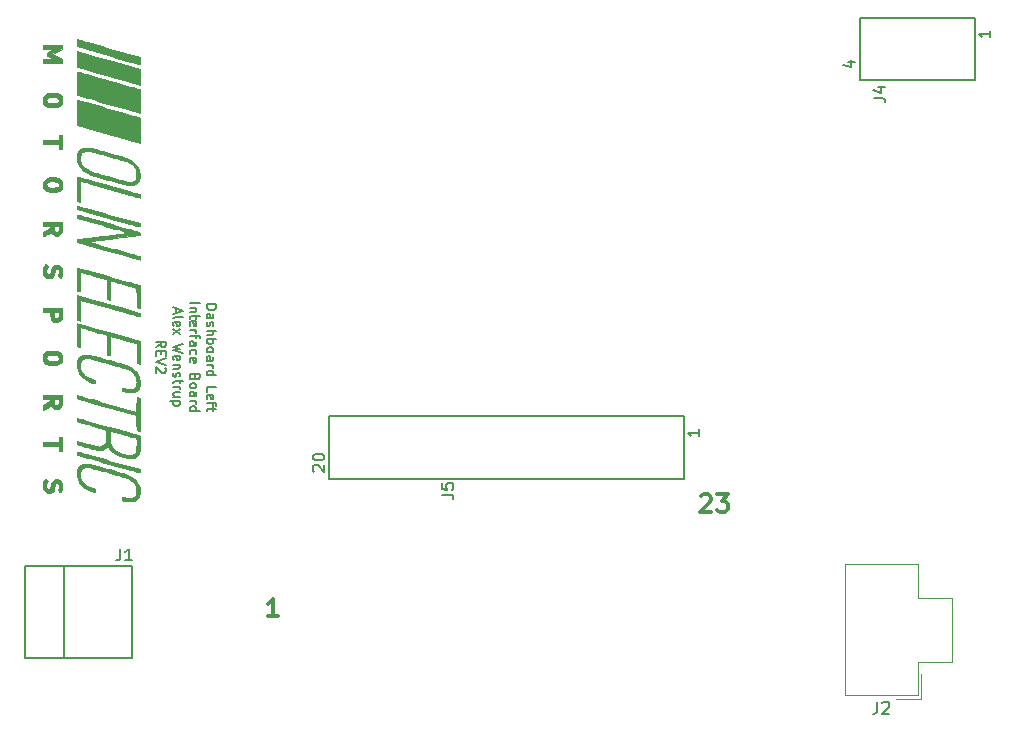
<source format=gto>
G04 #@! TF.GenerationSoftware,KiCad,Pcbnew,5.0.2-bee76a0~70~ubuntu18.04.1*
G04 #@! TF.CreationDate,2019-02-24T12:00:28-05:00*
G04 #@! TF.ProjectId,interface,696e7465-7266-4616-9365-2e6b69636164,rev?*
G04 #@! TF.SameCoordinates,Original*
G04 #@! TF.FileFunction,Legend,Top*
G04 #@! TF.FilePolarity,Positive*
%FSLAX46Y46*%
G04 Gerber Fmt 4.6, Leading zero omitted, Abs format (unit mm)*
G04 Created by KiCad (PCBNEW 5.0.2-bee76a0~70~ubuntu18.04.1) date Sun 24 Feb 2019 12:00:28 PM EST*
%MOMM*%
%LPD*%
G01*
G04 APERTURE LIST*
%ADD10C,0.300000*%
%ADD11C,0.203200*%
%ADD12C,0.150000*%
%ADD13C,0.120000*%
%ADD14C,0.010000*%
G04 APERTURE END LIST*
D10*
X72453642Y-108795428D02*
X72525071Y-108724000D01*
X72667928Y-108652571D01*
X73025071Y-108652571D01*
X73167928Y-108724000D01*
X73239357Y-108795428D01*
X73310785Y-108938285D01*
X73310785Y-109081142D01*
X73239357Y-109295428D01*
X72382214Y-110152571D01*
X73310785Y-110152571D01*
X73810785Y-108652571D02*
X74739357Y-108652571D01*
X74239357Y-109224000D01*
X74453642Y-109224000D01*
X74596500Y-109295428D01*
X74667928Y-109366857D01*
X74739357Y-109509714D01*
X74739357Y-109866857D01*
X74667928Y-110009714D01*
X74596500Y-110081142D01*
X74453642Y-110152571D01*
X74025071Y-110152571D01*
X73882214Y-110081142D01*
X73810785Y-110009714D01*
X36623571Y-118979071D02*
X35766428Y-118979071D01*
X36195000Y-118979071D02*
X36195000Y-117479071D01*
X36052142Y-117693357D01*
X35909285Y-117836214D01*
X35766428Y-117907642D01*
D11*
X30607604Y-92576952D02*
X31420404Y-92576952D01*
X31420404Y-92770476D01*
X31381700Y-92886590D01*
X31304290Y-92964000D01*
X31226880Y-93002704D01*
X31072061Y-93041409D01*
X30955947Y-93041409D01*
X30801128Y-93002704D01*
X30723719Y-92964000D01*
X30646309Y-92886590D01*
X30607604Y-92770476D01*
X30607604Y-92576952D01*
X30607604Y-93738095D02*
X31033357Y-93738095D01*
X31110766Y-93699390D01*
X31149471Y-93621980D01*
X31149471Y-93467161D01*
X31110766Y-93389752D01*
X30646309Y-93738095D02*
X30607604Y-93660685D01*
X30607604Y-93467161D01*
X30646309Y-93389752D01*
X30723719Y-93351047D01*
X30801128Y-93351047D01*
X30878538Y-93389752D01*
X30917242Y-93467161D01*
X30917242Y-93660685D01*
X30955947Y-93738095D01*
X30646309Y-94086438D02*
X30607604Y-94163847D01*
X30607604Y-94318666D01*
X30646309Y-94396076D01*
X30723719Y-94434780D01*
X30762423Y-94434780D01*
X30839833Y-94396076D01*
X30878538Y-94318666D01*
X30878538Y-94202552D01*
X30917242Y-94125142D01*
X30994652Y-94086438D01*
X31033357Y-94086438D01*
X31110766Y-94125142D01*
X31149471Y-94202552D01*
X31149471Y-94318666D01*
X31110766Y-94396076D01*
X30607604Y-94783123D02*
X31420404Y-94783123D01*
X30607604Y-95131466D02*
X31033357Y-95131466D01*
X31110766Y-95092761D01*
X31149471Y-95015352D01*
X31149471Y-94899238D01*
X31110766Y-94821828D01*
X31072061Y-94783123D01*
X30607604Y-95518514D02*
X31420404Y-95518514D01*
X31110766Y-95518514D02*
X31149471Y-95595923D01*
X31149471Y-95750742D01*
X31110766Y-95828152D01*
X31072061Y-95866857D01*
X30994652Y-95905561D01*
X30762423Y-95905561D01*
X30685014Y-95866857D01*
X30646309Y-95828152D01*
X30607604Y-95750742D01*
X30607604Y-95595923D01*
X30646309Y-95518514D01*
X30607604Y-96370019D02*
X30646309Y-96292609D01*
X30685014Y-96253904D01*
X30762423Y-96215200D01*
X30994652Y-96215200D01*
X31072061Y-96253904D01*
X31110766Y-96292609D01*
X31149471Y-96370019D01*
X31149471Y-96486133D01*
X31110766Y-96563542D01*
X31072061Y-96602247D01*
X30994652Y-96640952D01*
X30762423Y-96640952D01*
X30685014Y-96602247D01*
X30646309Y-96563542D01*
X30607604Y-96486133D01*
X30607604Y-96370019D01*
X30607604Y-97337638D02*
X31033357Y-97337638D01*
X31110766Y-97298933D01*
X31149471Y-97221523D01*
X31149471Y-97066704D01*
X31110766Y-96989295D01*
X30646309Y-97337638D02*
X30607604Y-97260228D01*
X30607604Y-97066704D01*
X30646309Y-96989295D01*
X30723719Y-96950590D01*
X30801128Y-96950590D01*
X30878538Y-96989295D01*
X30917242Y-97066704D01*
X30917242Y-97260228D01*
X30955947Y-97337638D01*
X30607604Y-97724685D02*
X31149471Y-97724685D01*
X30994652Y-97724685D02*
X31072061Y-97763390D01*
X31110766Y-97802095D01*
X31149471Y-97879504D01*
X31149471Y-97956914D01*
X30607604Y-98576190D02*
X31420404Y-98576190D01*
X30646309Y-98576190D02*
X30607604Y-98498780D01*
X30607604Y-98343961D01*
X30646309Y-98266552D01*
X30685014Y-98227847D01*
X30762423Y-98189142D01*
X30994652Y-98189142D01*
X31072061Y-98227847D01*
X31110766Y-98266552D01*
X31149471Y-98343961D01*
X31149471Y-98498780D01*
X31110766Y-98576190D01*
X30607604Y-99969561D02*
X30607604Y-99582514D01*
X31420404Y-99582514D01*
X30646309Y-100550133D02*
X30607604Y-100472723D01*
X30607604Y-100317904D01*
X30646309Y-100240495D01*
X30723719Y-100201790D01*
X31033357Y-100201790D01*
X31110766Y-100240495D01*
X31149471Y-100317904D01*
X31149471Y-100472723D01*
X31110766Y-100550133D01*
X31033357Y-100588838D01*
X30955947Y-100588838D01*
X30878538Y-100201790D01*
X31149471Y-100821066D02*
X31149471Y-101130704D01*
X30607604Y-100937180D02*
X31304290Y-100937180D01*
X31381700Y-100975885D01*
X31420404Y-101053295D01*
X31420404Y-101130704D01*
X31149471Y-101285523D02*
X31149471Y-101595161D01*
X31420404Y-101401638D02*
X30723719Y-101401638D01*
X30646309Y-101440342D01*
X30607604Y-101517752D01*
X30607604Y-101595161D01*
X29185204Y-92460838D02*
X29998004Y-92460838D01*
X29727071Y-92847885D02*
X29185204Y-92847885D01*
X29649661Y-92847885D02*
X29688366Y-92886590D01*
X29727071Y-92964000D01*
X29727071Y-93080114D01*
X29688366Y-93157523D01*
X29610957Y-93196228D01*
X29185204Y-93196228D01*
X29727071Y-93467161D02*
X29727071Y-93776800D01*
X29998004Y-93583276D02*
X29301319Y-93583276D01*
X29223909Y-93621980D01*
X29185204Y-93699390D01*
X29185204Y-93776800D01*
X29223909Y-94357371D02*
X29185204Y-94279961D01*
X29185204Y-94125142D01*
X29223909Y-94047733D01*
X29301319Y-94009028D01*
X29610957Y-94009028D01*
X29688366Y-94047733D01*
X29727071Y-94125142D01*
X29727071Y-94279961D01*
X29688366Y-94357371D01*
X29610957Y-94396076D01*
X29533547Y-94396076D01*
X29456138Y-94009028D01*
X29185204Y-94744419D02*
X29727071Y-94744419D01*
X29572252Y-94744419D02*
X29649661Y-94783123D01*
X29688366Y-94821828D01*
X29727071Y-94899238D01*
X29727071Y-94976647D01*
X29727071Y-95131466D02*
X29727071Y-95441104D01*
X29185204Y-95247580D02*
X29881890Y-95247580D01*
X29959300Y-95286285D01*
X29998004Y-95363695D01*
X29998004Y-95441104D01*
X29185204Y-96060380D02*
X29610957Y-96060380D01*
X29688366Y-96021676D01*
X29727071Y-95944266D01*
X29727071Y-95789447D01*
X29688366Y-95712038D01*
X29223909Y-96060380D02*
X29185204Y-95982971D01*
X29185204Y-95789447D01*
X29223909Y-95712038D01*
X29301319Y-95673333D01*
X29378728Y-95673333D01*
X29456138Y-95712038D01*
X29494842Y-95789447D01*
X29494842Y-95982971D01*
X29533547Y-96060380D01*
X29223909Y-96795771D02*
X29185204Y-96718361D01*
X29185204Y-96563542D01*
X29223909Y-96486133D01*
X29262614Y-96447428D01*
X29340023Y-96408723D01*
X29572252Y-96408723D01*
X29649661Y-96447428D01*
X29688366Y-96486133D01*
X29727071Y-96563542D01*
X29727071Y-96718361D01*
X29688366Y-96795771D01*
X29223909Y-97453752D02*
X29185204Y-97376342D01*
X29185204Y-97221523D01*
X29223909Y-97144114D01*
X29301319Y-97105409D01*
X29610957Y-97105409D01*
X29688366Y-97144114D01*
X29727071Y-97221523D01*
X29727071Y-97376342D01*
X29688366Y-97453752D01*
X29610957Y-97492457D01*
X29533547Y-97492457D01*
X29456138Y-97105409D01*
X29610957Y-98731009D02*
X29572252Y-98847123D01*
X29533547Y-98885828D01*
X29456138Y-98924533D01*
X29340023Y-98924533D01*
X29262614Y-98885828D01*
X29223909Y-98847123D01*
X29185204Y-98769714D01*
X29185204Y-98460076D01*
X29998004Y-98460076D01*
X29998004Y-98731009D01*
X29959300Y-98808419D01*
X29920595Y-98847123D01*
X29843185Y-98885828D01*
X29765776Y-98885828D01*
X29688366Y-98847123D01*
X29649661Y-98808419D01*
X29610957Y-98731009D01*
X29610957Y-98460076D01*
X29185204Y-99388990D02*
X29223909Y-99311580D01*
X29262614Y-99272876D01*
X29340023Y-99234171D01*
X29572252Y-99234171D01*
X29649661Y-99272876D01*
X29688366Y-99311580D01*
X29727071Y-99388990D01*
X29727071Y-99505104D01*
X29688366Y-99582514D01*
X29649661Y-99621219D01*
X29572252Y-99659923D01*
X29340023Y-99659923D01*
X29262614Y-99621219D01*
X29223909Y-99582514D01*
X29185204Y-99505104D01*
X29185204Y-99388990D01*
X29185204Y-100356609D02*
X29610957Y-100356609D01*
X29688366Y-100317904D01*
X29727071Y-100240495D01*
X29727071Y-100085676D01*
X29688366Y-100008266D01*
X29223909Y-100356609D02*
X29185204Y-100279200D01*
X29185204Y-100085676D01*
X29223909Y-100008266D01*
X29301319Y-99969561D01*
X29378728Y-99969561D01*
X29456138Y-100008266D01*
X29494842Y-100085676D01*
X29494842Y-100279200D01*
X29533547Y-100356609D01*
X29185204Y-100743657D02*
X29727071Y-100743657D01*
X29572252Y-100743657D02*
X29649661Y-100782361D01*
X29688366Y-100821066D01*
X29727071Y-100898476D01*
X29727071Y-100975885D01*
X29185204Y-101595161D02*
X29998004Y-101595161D01*
X29223909Y-101595161D02*
X29185204Y-101517752D01*
X29185204Y-101362933D01*
X29223909Y-101285523D01*
X29262614Y-101246819D01*
X29340023Y-101208114D01*
X29572252Y-101208114D01*
X29649661Y-101246819D01*
X29688366Y-101285523D01*
X29727071Y-101362933D01*
X29727071Y-101517752D01*
X29688366Y-101595161D01*
X27995033Y-92905942D02*
X27995033Y-93292990D01*
X27762804Y-92828533D02*
X28575604Y-93099466D01*
X27762804Y-93370400D01*
X27762804Y-93757447D02*
X27801509Y-93680038D01*
X27878919Y-93641333D01*
X28575604Y-93641333D01*
X27801509Y-94376723D02*
X27762804Y-94299314D01*
X27762804Y-94144495D01*
X27801509Y-94067085D01*
X27878919Y-94028380D01*
X28188557Y-94028380D01*
X28265966Y-94067085D01*
X28304671Y-94144495D01*
X28304671Y-94299314D01*
X28265966Y-94376723D01*
X28188557Y-94415428D01*
X28111147Y-94415428D01*
X28033738Y-94028380D01*
X27762804Y-94686361D02*
X28304671Y-95112114D01*
X28304671Y-94686361D02*
X27762804Y-95112114D01*
X28575604Y-95963619D02*
X27762804Y-96157142D01*
X28343376Y-96311961D01*
X27762804Y-96466780D01*
X28575604Y-96660304D01*
X27801509Y-97279580D02*
X27762804Y-97202171D01*
X27762804Y-97047352D01*
X27801509Y-96969942D01*
X27878919Y-96931238D01*
X28188557Y-96931238D01*
X28265966Y-96969942D01*
X28304671Y-97047352D01*
X28304671Y-97202171D01*
X28265966Y-97279580D01*
X28188557Y-97318285D01*
X28111147Y-97318285D01*
X28033738Y-96931238D01*
X28304671Y-97666628D02*
X27762804Y-97666628D01*
X28227261Y-97666628D02*
X28265966Y-97705333D01*
X28304671Y-97782742D01*
X28304671Y-97898857D01*
X28265966Y-97976266D01*
X28188557Y-98014971D01*
X27762804Y-98014971D01*
X27801509Y-98363314D02*
X27762804Y-98440723D01*
X27762804Y-98595542D01*
X27801509Y-98672952D01*
X27878919Y-98711657D01*
X27917623Y-98711657D01*
X27995033Y-98672952D01*
X28033738Y-98595542D01*
X28033738Y-98479428D01*
X28072442Y-98402019D01*
X28149852Y-98363314D01*
X28188557Y-98363314D01*
X28265966Y-98402019D01*
X28304671Y-98479428D01*
X28304671Y-98595542D01*
X28265966Y-98672952D01*
X28304671Y-98943885D02*
X28304671Y-99253523D01*
X28575604Y-99060000D02*
X27878919Y-99060000D01*
X27801509Y-99098704D01*
X27762804Y-99176114D01*
X27762804Y-99253523D01*
X27762804Y-99524457D02*
X28304671Y-99524457D01*
X28149852Y-99524457D02*
X28227261Y-99563161D01*
X28265966Y-99601866D01*
X28304671Y-99679276D01*
X28304671Y-99756685D01*
X28304671Y-100375961D02*
X27762804Y-100375961D01*
X28304671Y-100027619D02*
X27878919Y-100027619D01*
X27801509Y-100066323D01*
X27762804Y-100143733D01*
X27762804Y-100259847D01*
X27801509Y-100337257D01*
X27840214Y-100375961D01*
X28304671Y-100763009D02*
X27491871Y-100763009D01*
X28265966Y-100763009D02*
X28304671Y-100840419D01*
X28304671Y-100995238D01*
X28265966Y-101072647D01*
X28227261Y-101111352D01*
X28149852Y-101150057D01*
X27917623Y-101150057D01*
X27840214Y-101111352D01*
X27801509Y-101072647D01*
X27762804Y-100995238D01*
X27762804Y-100840419D01*
X27801509Y-100763009D01*
X26340404Y-96176495D02*
X26727452Y-95905561D01*
X26340404Y-95712038D02*
X27153204Y-95712038D01*
X27153204Y-96021676D01*
X27114500Y-96099085D01*
X27075795Y-96137790D01*
X26998385Y-96176495D01*
X26882271Y-96176495D01*
X26804861Y-96137790D01*
X26766157Y-96099085D01*
X26727452Y-96021676D01*
X26727452Y-95712038D01*
X26766157Y-96524838D02*
X26766157Y-96795771D01*
X26340404Y-96911885D02*
X26340404Y-96524838D01*
X27153204Y-96524838D01*
X27153204Y-96911885D01*
X27153204Y-97144114D02*
X26340404Y-97415047D01*
X27153204Y-97685980D01*
X27075795Y-97918209D02*
X27114500Y-97956914D01*
X27153204Y-98034323D01*
X27153204Y-98227847D01*
X27114500Y-98305257D01*
X27075795Y-98343961D01*
X26998385Y-98382666D01*
X26920976Y-98382666D01*
X26804861Y-98343961D01*
X26340404Y-97879504D01*
X26340404Y-98382666D01*
D12*
G04 #@! TO.C,J1*
X24257000Y-122490000D02*
X24257000Y-114690000D01*
X18535000Y-122490000D02*
X18535000Y-114690000D01*
X18535000Y-114690000D02*
X24257000Y-114690000D01*
X18535000Y-122490000D02*
X24257000Y-122490000D01*
X15225000Y-122490000D02*
X18535000Y-122490000D01*
X15225000Y-114690000D02*
X15225000Y-122490000D01*
X18535000Y-114690000D02*
X15225000Y-114690000D01*
D13*
G04 #@! TO.C,J2*
X91113500Y-125978500D02*
X91113500Y-123848500D01*
X88963500Y-125978500D02*
X91113500Y-125978500D01*
X93673500Y-117388500D02*
X93673500Y-120098500D01*
X90813500Y-117388500D02*
X93673500Y-117388500D01*
X90813500Y-114518500D02*
X90813500Y-117388500D01*
X84613500Y-114518500D02*
X90813500Y-114518500D01*
X84613500Y-120098500D02*
X84613500Y-114518500D01*
X93673500Y-122808500D02*
X93673500Y-120098500D01*
X90813500Y-122808500D02*
X93673500Y-122808500D01*
X90813500Y-125678500D02*
X90813500Y-122808500D01*
X84613500Y-125678500D02*
X90813500Y-125678500D01*
X84613500Y-120098500D02*
X84613500Y-125678500D01*
D12*
G04 #@! TO.C,J4*
X85946516Y-73600697D02*
X95636516Y-73600697D01*
X85946516Y-68300697D02*
X95636516Y-68300697D01*
X95636516Y-68300697D02*
X95636516Y-73600697D01*
X85946516Y-68300697D02*
X85946516Y-73600697D01*
D14*
G04 #@! TO.C,G\002A\002A\002A*
G36*
X24935132Y-108508075D02*
X24901701Y-108727319D01*
X24836570Y-108907128D01*
X24739374Y-109048053D01*
X24609749Y-109150644D01*
X24469645Y-109209339D01*
X24348595Y-109231425D01*
X24193329Y-109240482D01*
X24018579Y-109237075D01*
X23839076Y-109221770D01*
X23669552Y-109195133D01*
X23583900Y-109175326D01*
X23406100Y-109128072D01*
X23398419Y-108981402D01*
X23395742Y-108899351D01*
X23400780Y-108857339D01*
X23416551Y-108844819D01*
X23436519Y-108848227D01*
X23616415Y-108897407D01*
X23768046Y-108929007D01*
X23909574Y-108946069D01*
X24053800Y-108951602D01*
X24173147Y-108950823D01*
X24256934Y-108944719D01*
X24320332Y-108930636D01*
X24378511Y-108905922D01*
X24409081Y-108889480D01*
X24515822Y-108809841D01*
X24590652Y-108704984D01*
X24637072Y-108567946D01*
X24658506Y-108393219D01*
X24648589Y-108155234D01*
X24592715Y-107938880D01*
X24490881Y-107744151D01*
X24343082Y-107571041D01*
X24149313Y-107419545D01*
X23909571Y-107289654D01*
X23826987Y-107254210D01*
X23768456Y-107233635D01*
X23666470Y-107201354D01*
X23526607Y-107158933D01*
X23354447Y-107107940D01*
X23155567Y-107049942D01*
X22935548Y-106986506D01*
X22699969Y-106919200D01*
X22454408Y-106849592D01*
X22204445Y-106779248D01*
X21955658Y-106709736D01*
X21713628Y-106642623D01*
X21483932Y-106579477D01*
X21272151Y-106521866D01*
X21083862Y-106471355D01*
X20924646Y-106429514D01*
X20800081Y-106397909D01*
X20715746Y-106378107D01*
X20691239Y-106373263D01*
X20476584Y-106352752D01*
X20295103Y-106370412D01*
X20146224Y-106426440D01*
X20029372Y-106521038D01*
X19956189Y-106629200D01*
X19923235Y-106697191D01*
X19902841Y-106755219D01*
X19892606Y-106818340D01*
X19890128Y-106901612D01*
X19893005Y-107020091D01*
X19893150Y-107024370D01*
X19899110Y-107149470D01*
X19909446Y-107241013D01*
X19927873Y-107316235D01*
X19958107Y-107392374D01*
X19984361Y-107447500D01*
X20101284Y-107628824D01*
X20263721Y-107792835D01*
X20468712Y-107937423D01*
X20713299Y-108060476D01*
X20974050Y-108153841D01*
X21158200Y-108208947D01*
X21158200Y-108346173D01*
X21154336Y-108421908D01*
X21144384Y-108471747D01*
X21135091Y-108483400D01*
X21083933Y-108473856D01*
X20997673Y-108448051D01*
X20887691Y-108410229D01*
X20765364Y-108364630D01*
X20642071Y-108315497D01*
X20529190Y-108267071D01*
X20438100Y-108223594D01*
X20437873Y-108223476D01*
X20285288Y-108129911D01*
X20131257Y-108010018D01*
X19987004Y-107874610D01*
X19863750Y-107734502D01*
X19772718Y-107600507D01*
X19754052Y-107564553D01*
X19672744Y-107346910D01*
X19624419Y-107111917D01*
X19610678Y-106874714D01*
X19633125Y-106650440D01*
X19649665Y-106578400D01*
X19717662Y-106404656D01*
X19819376Y-106268440D01*
X19957159Y-106167319D01*
X20105667Y-106106757D01*
X20231273Y-106082344D01*
X20387789Y-106071970D01*
X20557233Y-106075891D01*
X20721618Y-106094364D01*
X20740786Y-106097686D01*
X20804108Y-106111784D01*
X20910556Y-106138574D01*
X21054506Y-106176461D01*
X21230333Y-106223853D01*
X21432413Y-106279155D01*
X21655123Y-106340773D01*
X21892837Y-106407115D01*
X22139932Y-106476585D01*
X22390783Y-106547591D01*
X22639766Y-106618539D01*
X22881258Y-106687834D01*
X23109633Y-106753883D01*
X23319268Y-106815093D01*
X23504538Y-106869869D01*
X23659819Y-106916618D01*
X23779488Y-106953746D01*
X23857919Y-106979660D01*
X23874005Y-106985560D01*
X24148441Y-107113920D01*
X24385101Y-107271516D01*
X24582203Y-107455792D01*
X24737964Y-107664187D01*
X24850600Y-107894145D01*
X24918329Y-108143106D01*
X24939367Y-108408513D01*
X24935132Y-108508075D01*
X24935132Y-108508075D01*
G37*
X24935132Y-108508075D02*
X24901701Y-108727319D01*
X24836570Y-108907128D01*
X24739374Y-109048053D01*
X24609749Y-109150644D01*
X24469645Y-109209339D01*
X24348595Y-109231425D01*
X24193329Y-109240482D01*
X24018579Y-109237075D01*
X23839076Y-109221770D01*
X23669552Y-109195133D01*
X23583900Y-109175326D01*
X23406100Y-109128072D01*
X23398419Y-108981402D01*
X23395742Y-108899351D01*
X23400780Y-108857339D01*
X23416551Y-108844819D01*
X23436519Y-108848227D01*
X23616415Y-108897407D01*
X23768046Y-108929007D01*
X23909574Y-108946069D01*
X24053800Y-108951602D01*
X24173147Y-108950823D01*
X24256934Y-108944719D01*
X24320332Y-108930636D01*
X24378511Y-108905922D01*
X24409081Y-108889480D01*
X24515822Y-108809841D01*
X24590652Y-108704984D01*
X24637072Y-108567946D01*
X24658506Y-108393219D01*
X24648589Y-108155234D01*
X24592715Y-107938880D01*
X24490881Y-107744151D01*
X24343082Y-107571041D01*
X24149313Y-107419545D01*
X23909571Y-107289654D01*
X23826987Y-107254210D01*
X23768456Y-107233635D01*
X23666470Y-107201354D01*
X23526607Y-107158933D01*
X23354447Y-107107940D01*
X23155567Y-107049942D01*
X22935548Y-106986506D01*
X22699969Y-106919200D01*
X22454408Y-106849592D01*
X22204445Y-106779248D01*
X21955658Y-106709736D01*
X21713628Y-106642623D01*
X21483932Y-106579477D01*
X21272151Y-106521866D01*
X21083862Y-106471355D01*
X20924646Y-106429514D01*
X20800081Y-106397909D01*
X20715746Y-106378107D01*
X20691239Y-106373263D01*
X20476584Y-106352752D01*
X20295103Y-106370412D01*
X20146224Y-106426440D01*
X20029372Y-106521038D01*
X19956189Y-106629200D01*
X19923235Y-106697191D01*
X19902841Y-106755219D01*
X19892606Y-106818340D01*
X19890128Y-106901612D01*
X19893005Y-107020091D01*
X19893150Y-107024370D01*
X19899110Y-107149470D01*
X19909446Y-107241013D01*
X19927873Y-107316235D01*
X19958107Y-107392374D01*
X19984361Y-107447500D01*
X20101284Y-107628824D01*
X20263721Y-107792835D01*
X20468712Y-107937423D01*
X20713299Y-108060476D01*
X20974050Y-108153841D01*
X21158200Y-108208947D01*
X21158200Y-108346173D01*
X21154336Y-108421908D01*
X21144384Y-108471747D01*
X21135091Y-108483400D01*
X21083933Y-108473856D01*
X20997673Y-108448051D01*
X20887691Y-108410229D01*
X20765364Y-108364630D01*
X20642071Y-108315497D01*
X20529190Y-108267071D01*
X20438100Y-108223594D01*
X20437873Y-108223476D01*
X20285288Y-108129911D01*
X20131257Y-108010018D01*
X19987004Y-107874610D01*
X19863750Y-107734502D01*
X19772718Y-107600507D01*
X19754052Y-107564553D01*
X19672744Y-107346910D01*
X19624419Y-107111917D01*
X19610678Y-106874714D01*
X19633125Y-106650440D01*
X19649665Y-106578400D01*
X19717662Y-106404656D01*
X19819376Y-106268440D01*
X19957159Y-106167319D01*
X20105667Y-106106757D01*
X20231273Y-106082344D01*
X20387789Y-106071970D01*
X20557233Y-106075891D01*
X20721618Y-106094364D01*
X20740786Y-106097686D01*
X20804108Y-106111784D01*
X20910556Y-106138574D01*
X21054506Y-106176461D01*
X21230333Y-106223853D01*
X21432413Y-106279155D01*
X21655123Y-106340773D01*
X21892837Y-106407115D01*
X22139932Y-106476585D01*
X22390783Y-106547591D01*
X22639766Y-106618539D01*
X22881258Y-106687834D01*
X23109633Y-106753883D01*
X23319268Y-106815093D01*
X23504538Y-106869869D01*
X23659819Y-106916618D01*
X23779488Y-106953746D01*
X23857919Y-106979660D01*
X23874005Y-106985560D01*
X24148441Y-107113920D01*
X24385101Y-107271516D01*
X24582203Y-107455792D01*
X24737964Y-107664187D01*
X24850600Y-107894145D01*
X24918329Y-108143106D01*
X24939367Y-108408513D01*
X24935132Y-108508075D01*
G36*
X24928777Y-106772144D02*
X24909557Y-106781600D01*
X24880680Y-106774847D01*
X24806163Y-106755191D01*
X24689253Y-106723533D01*
X24533199Y-106680775D01*
X24341248Y-106627818D01*
X24116649Y-106565564D01*
X23862648Y-106494916D01*
X23582495Y-106416774D01*
X23279437Y-106332041D01*
X22956721Y-106241619D01*
X22617596Y-106146408D01*
X22298380Y-106056622D01*
X21946626Y-105957615D01*
X21607986Y-105862329D01*
X21285745Y-105771688D01*
X20983185Y-105686615D01*
X20703592Y-105608031D01*
X20450250Y-105536859D01*
X20226443Y-105474021D01*
X20035456Y-105420441D01*
X19880573Y-105377039D01*
X19765078Y-105344740D01*
X19692255Y-105324464D01*
X19665950Y-105317269D01*
X19632784Y-105303032D01*
X19615619Y-105272785D01*
X19609395Y-105212880D01*
X19608800Y-105163192D01*
X19610240Y-105083761D01*
X19617921Y-105044130D01*
X19636883Y-105033310D01*
X19665950Y-105038645D01*
X19697739Y-105047469D01*
X19775159Y-105069148D01*
X19894945Y-105102765D01*
X20053832Y-105147400D01*
X20248554Y-105202135D01*
X20475847Y-105266052D01*
X20732444Y-105338233D01*
X21015081Y-105417758D01*
X21320492Y-105503711D01*
X21645411Y-105595171D01*
X21986574Y-105691221D01*
X22326600Y-105786968D01*
X24930100Y-106520138D01*
X24937778Y-106650869D01*
X24938929Y-106731779D01*
X24928777Y-106772144D01*
X24928777Y-106772144D01*
G37*
X24928777Y-106772144D02*
X24909557Y-106781600D01*
X24880680Y-106774847D01*
X24806163Y-106755191D01*
X24689253Y-106723533D01*
X24533199Y-106680775D01*
X24341248Y-106627818D01*
X24116649Y-106565564D01*
X23862648Y-106494916D01*
X23582495Y-106416774D01*
X23279437Y-106332041D01*
X22956721Y-106241619D01*
X22617596Y-106146408D01*
X22298380Y-106056622D01*
X21946626Y-105957615D01*
X21607986Y-105862329D01*
X21285745Y-105771688D01*
X20983185Y-105686615D01*
X20703592Y-105608031D01*
X20450250Y-105536859D01*
X20226443Y-105474021D01*
X20035456Y-105420441D01*
X19880573Y-105377039D01*
X19765078Y-105344740D01*
X19692255Y-105324464D01*
X19665950Y-105317269D01*
X19632784Y-105303032D01*
X19615619Y-105272785D01*
X19609395Y-105212880D01*
X19608800Y-105163192D01*
X19610240Y-105083761D01*
X19617921Y-105044130D01*
X19636883Y-105033310D01*
X19665950Y-105038645D01*
X19697739Y-105047469D01*
X19775159Y-105069148D01*
X19894945Y-105102765D01*
X20053832Y-105147400D01*
X20248554Y-105202135D01*
X20475847Y-105266052D01*
X20732444Y-105338233D01*
X21015081Y-105417758D01*
X21320492Y-105503711D01*
X21645411Y-105595171D01*
X21986574Y-105691221D01*
X22326600Y-105786968D01*
X24930100Y-106520138D01*
X24937778Y-106650869D01*
X24938929Y-106731779D01*
X24928777Y-106772144D01*
G36*
X24938906Y-104180746D02*
X24936869Y-104360404D01*
X24936843Y-104362250D01*
X24933361Y-104574980D01*
X24929347Y-104743461D01*
X24924358Y-104874240D01*
X24917950Y-104973866D01*
X24909678Y-105048891D01*
X24899099Y-105105861D01*
X24885770Y-105151328D01*
X24882821Y-105159388D01*
X24798656Y-105316421D01*
X24678669Y-105446095D01*
X24532380Y-105538141D01*
X24531155Y-105538687D01*
X24393930Y-105579285D01*
X24221631Y-105598065D01*
X24025007Y-105595143D01*
X23814803Y-105570640D01*
X23616394Y-105528549D01*
X23272305Y-105421690D01*
X22973897Y-105292653D01*
X22721139Y-105141417D01*
X22513998Y-104967964D01*
X22352442Y-104772273D01*
X22306820Y-104698800D01*
X22269135Y-104633100D01*
X22243599Y-104588772D01*
X22237365Y-104578101D01*
X22218569Y-104590610D01*
X22173723Y-104629577D01*
X22122780Y-104676905D01*
X22016908Y-104767273D01*
X21913925Y-104828691D01*
X21800227Y-104865839D01*
X21662207Y-104883398D01*
X21513800Y-104886402D01*
X21437288Y-104885146D01*
X21368653Y-104881914D01*
X21301027Y-104875236D01*
X21227544Y-104863642D01*
X21141337Y-104845664D01*
X21035540Y-104819832D01*
X20903286Y-104784679D01*
X20737707Y-104738733D01*
X20531938Y-104680527D01*
X20472400Y-104663600D01*
X20280891Y-104609094D01*
X20103802Y-104558636D01*
X19947397Y-104514013D01*
X19817936Y-104477013D01*
X19721681Y-104449427D01*
X19664894Y-104433042D01*
X19653250Y-104429606D01*
X19626348Y-104410204D01*
X19612722Y-104365186D01*
X19608806Y-104282389D01*
X19608800Y-104277988D01*
X19610763Y-104201997D01*
X19615818Y-104151879D01*
X19620590Y-104140000D01*
X19647033Y-104146630D01*
X19716401Y-104165419D01*
X19822734Y-104194714D01*
X19960071Y-104232863D01*
X20122452Y-104278211D01*
X20303914Y-104329106D01*
X20399740Y-104356062D01*
X20596560Y-104410902D01*
X20784570Y-104462205D01*
X20956320Y-104508021D01*
X21104357Y-104546397D01*
X21221231Y-104575383D01*
X21299491Y-104593028D01*
X21317201Y-104596296D01*
X21512235Y-104607442D01*
X21683147Y-104574783D01*
X21828456Y-104498995D01*
X21946683Y-104380754D01*
X22008782Y-104280527D01*
X22035341Y-104227350D01*
X22055046Y-104180733D01*
X22069080Y-104131859D01*
X22078623Y-104071913D01*
X22084857Y-103992080D01*
X22088962Y-103883545D01*
X22092119Y-103737491D01*
X22093732Y-103646511D01*
X22102163Y-103162100D01*
X21014232Y-102858894D01*
X20781585Y-102793988D01*
X20558714Y-102731681D01*
X20351535Y-102673637D01*
X20165964Y-102621518D01*
X20007917Y-102576987D01*
X19883311Y-102541708D01*
X19798060Y-102517344D01*
X19767550Y-102508444D01*
X19608800Y-102461199D01*
X19608800Y-102335399D01*
X19613140Y-102255350D01*
X19627891Y-102216712D01*
X19646006Y-102209600D01*
X19675027Y-102216351D01*
X19749715Y-102236010D01*
X19866846Y-102267682D01*
X20023199Y-102310473D01*
X20215549Y-102363488D01*
X20440674Y-102425833D01*
X20695352Y-102496615D01*
X20976359Y-102574938D01*
X21280473Y-102659909D01*
X21604471Y-102750634D01*
X21945130Y-102846218D01*
X22299227Y-102945767D01*
X22300764Y-102946200D01*
X22389568Y-102971180D01*
X22389568Y-103251000D01*
X22385581Y-103275027D01*
X22382142Y-103341618D01*
X22379483Y-103442539D01*
X22377835Y-103569555D01*
X22377400Y-103684135D01*
X22379939Y-103898944D01*
X22387870Y-104070360D01*
X22401667Y-104205556D01*
X22417795Y-104294874D01*
X22486209Y-104497629D01*
X22595013Y-104678404D01*
X22745656Y-104838355D01*
X22939589Y-104978637D01*
X23178261Y-105100406D01*
X23463124Y-105204817D01*
X23614768Y-105248594D01*
X23865604Y-105302172D01*
X24081174Y-105319289D01*
X24261607Y-105299926D01*
X24407028Y-105244065D01*
X24517566Y-105151688D01*
X24547825Y-105111048D01*
X24586224Y-105043999D01*
X24615318Y-104969743D01*
X24636288Y-104880338D01*
X24650318Y-104767837D01*
X24658590Y-104624298D01*
X24662285Y-104441775D01*
X24662780Y-104338561D01*
X24662590Y-104176398D01*
X24661059Y-104057949D01*
X24657515Y-103976133D01*
X24651288Y-103923870D01*
X24641708Y-103894079D01*
X24628103Y-103879678D01*
X24618950Y-103875840D01*
X24574738Y-103862926D01*
X24490079Y-103838746D01*
X24370921Y-103804966D01*
X24223214Y-103763254D01*
X24052909Y-103715278D01*
X23865954Y-103662704D01*
X23668300Y-103607202D01*
X23465896Y-103550438D01*
X23264691Y-103494079D01*
X23070635Y-103439794D01*
X22889678Y-103389249D01*
X22727769Y-103344113D01*
X22590858Y-103306053D01*
X22484895Y-103276736D01*
X22415828Y-103257829D01*
X22389609Y-103251001D01*
X22389568Y-103251000D01*
X22389568Y-102971180D01*
X22654383Y-103045674D01*
X22994201Y-103141196D01*
X23317031Y-103231873D01*
X23619687Y-103316813D01*
X23898984Y-103395125D01*
X24151735Y-103465916D01*
X24374755Y-103528295D01*
X24564857Y-103581370D01*
X24718855Y-103624250D01*
X24833564Y-103656042D01*
X24905796Y-103675856D01*
X24932367Y-103682798D01*
X24932402Y-103682800D01*
X24935784Y-103707099D01*
X24938169Y-103775617D01*
X24939513Y-103881780D01*
X24939773Y-104019014D01*
X24938906Y-104180746D01*
X24938906Y-104180746D01*
G37*
X24938906Y-104180746D02*
X24936869Y-104360404D01*
X24936843Y-104362250D01*
X24933361Y-104574980D01*
X24929347Y-104743461D01*
X24924358Y-104874240D01*
X24917950Y-104973866D01*
X24909678Y-105048891D01*
X24899099Y-105105861D01*
X24885770Y-105151328D01*
X24882821Y-105159388D01*
X24798656Y-105316421D01*
X24678669Y-105446095D01*
X24532380Y-105538141D01*
X24531155Y-105538687D01*
X24393930Y-105579285D01*
X24221631Y-105598065D01*
X24025007Y-105595143D01*
X23814803Y-105570640D01*
X23616394Y-105528549D01*
X23272305Y-105421690D01*
X22973897Y-105292653D01*
X22721139Y-105141417D01*
X22513998Y-104967964D01*
X22352442Y-104772273D01*
X22306820Y-104698800D01*
X22269135Y-104633100D01*
X22243599Y-104588772D01*
X22237365Y-104578101D01*
X22218569Y-104590610D01*
X22173723Y-104629577D01*
X22122780Y-104676905D01*
X22016908Y-104767273D01*
X21913925Y-104828691D01*
X21800227Y-104865839D01*
X21662207Y-104883398D01*
X21513800Y-104886402D01*
X21437288Y-104885146D01*
X21368653Y-104881914D01*
X21301027Y-104875236D01*
X21227544Y-104863642D01*
X21141337Y-104845664D01*
X21035540Y-104819832D01*
X20903286Y-104784679D01*
X20737707Y-104738733D01*
X20531938Y-104680527D01*
X20472400Y-104663600D01*
X20280891Y-104609094D01*
X20103802Y-104558636D01*
X19947397Y-104514013D01*
X19817936Y-104477013D01*
X19721681Y-104449427D01*
X19664894Y-104433042D01*
X19653250Y-104429606D01*
X19626348Y-104410204D01*
X19612722Y-104365186D01*
X19608806Y-104282389D01*
X19608800Y-104277988D01*
X19610763Y-104201997D01*
X19615818Y-104151879D01*
X19620590Y-104140000D01*
X19647033Y-104146630D01*
X19716401Y-104165419D01*
X19822734Y-104194714D01*
X19960071Y-104232863D01*
X20122452Y-104278211D01*
X20303914Y-104329106D01*
X20399740Y-104356062D01*
X20596560Y-104410902D01*
X20784570Y-104462205D01*
X20956320Y-104508021D01*
X21104357Y-104546397D01*
X21221231Y-104575383D01*
X21299491Y-104593028D01*
X21317201Y-104596296D01*
X21512235Y-104607442D01*
X21683147Y-104574783D01*
X21828456Y-104498995D01*
X21946683Y-104380754D01*
X22008782Y-104280527D01*
X22035341Y-104227350D01*
X22055046Y-104180733D01*
X22069080Y-104131859D01*
X22078623Y-104071913D01*
X22084857Y-103992080D01*
X22088962Y-103883545D01*
X22092119Y-103737491D01*
X22093732Y-103646511D01*
X22102163Y-103162100D01*
X21014232Y-102858894D01*
X20781585Y-102793988D01*
X20558714Y-102731681D01*
X20351535Y-102673637D01*
X20165964Y-102621518D01*
X20007917Y-102576987D01*
X19883311Y-102541708D01*
X19798060Y-102517344D01*
X19767550Y-102508444D01*
X19608800Y-102461199D01*
X19608800Y-102335399D01*
X19613140Y-102255350D01*
X19627891Y-102216712D01*
X19646006Y-102209600D01*
X19675027Y-102216351D01*
X19749715Y-102236010D01*
X19866846Y-102267682D01*
X20023199Y-102310473D01*
X20215549Y-102363488D01*
X20440674Y-102425833D01*
X20695352Y-102496615D01*
X20976359Y-102574938D01*
X21280473Y-102659909D01*
X21604471Y-102750634D01*
X21945130Y-102846218D01*
X22299227Y-102945767D01*
X22300764Y-102946200D01*
X22389568Y-102971180D01*
X22389568Y-103251000D01*
X22385581Y-103275027D01*
X22382142Y-103341618D01*
X22379483Y-103442539D01*
X22377835Y-103569555D01*
X22377400Y-103684135D01*
X22379939Y-103898944D01*
X22387870Y-104070360D01*
X22401667Y-104205556D01*
X22417795Y-104294874D01*
X22486209Y-104497629D01*
X22595013Y-104678404D01*
X22745656Y-104838355D01*
X22939589Y-104978637D01*
X23178261Y-105100406D01*
X23463124Y-105204817D01*
X23614768Y-105248594D01*
X23865604Y-105302172D01*
X24081174Y-105319289D01*
X24261607Y-105299926D01*
X24407028Y-105244065D01*
X24517566Y-105151688D01*
X24547825Y-105111048D01*
X24586224Y-105043999D01*
X24615318Y-104969743D01*
X24636288Y-104880338D01*
X24650318Y-104767837D01*
X24658590Y-104624298D01*
X24662285Y-104441775D01*
X24662780Y-104338561D01*
X24662590Y-104176398D01*
X24661059Y-104057949D01*
X24657515Y-103976133D01*
X24651288Y-103923870D01*
X24641708Y-103894079D01*
X24628103Y-103879678D01*
X24618950Y-103875840D01*
X24574738Y-103862926D01*
X24490079Y-103838746D01*
X24370921Y-103804966D01*
X24223214Y-103763254D01*
X24052909Y-103715278D01*
X23865954Y-103662704D01*
X23668300Y-103607202D01*
X23465896Y-103550438D01*
X23264691Y-103494079D01*
X23070635Y-103439794D01*
X22889678Y-103389249D01*
X22727769Y-103344113D01*
X22590858Y-103306053D01*
X22484895Y-103276736D01*
X22415828Y-103257829D01*
X22389609Y-103251001D01*
X22389568Y-103251000D01*
X22389568Y-102971180D01*
X22654383Y-103045674D01*
X22994201Y-103141196D01*
X23317031Y-103231873D01*
X23619687Y-103316813D01*
X23898984Y-103395125D01*
X24151735Y-103465916D01*
X24374755Y-103528295D01*
X24564857Y-103581370D01*
X24718855Y-103624250D01*
X24833564Y-103656042D01*
X24905796Y-103675856D01*
X24932367Y-103682798D01*
X24932402Y-103682800D01*
X24935784Y-103707099D01*
X24938169Y-103775617D01*
X24939513Y-103881780D01*
X24939773Y-104019014D01*
X24938906Y-104180746D01*
G36*
X24942659Y-102155298D02*
X24942252Y-102401662D01*
X24941606Y-102627605D01*
X24940746Y-102828561D01*
X24939700Y-102999962D01*
X24938493Y-103137244D01*
X24937152Y-103235840D01*
X24935703Y-103291183D01*
X24934711Y-103301800D01*
X24907941Y-103295185D01*
X24847725Y-103278175D01*
X24795445Y-103262844D01*
X24664269Y-103223889D01*
X24657485Y-102585653D01*
X24650700Y-101947417D01*
X22199600Y-101257343D01*
X21856193Y-101160682D01*
X21525713Y-101067701D01*
X21211554Y-100979352D01*
X20917112Y-100896589D01*
X20645779Y-100820363D01*
X20400950Y-100751628D01*
X20186021Y-100691337D01*
X20004384Y-100640441D01*
X19859435Y-100599895D01*
X19754567Y-100570649D01*
X19693175Y-100553658D01*
X19678650Y-100549750D01*
X19638446Y-100535781D01*
X19617621Y-100510504D01*
X19609856Y-100459741D01*
X19608800Y-100393016D01*
X19609848Y-100316707D01*
X19612549Y-100266279D01*
X19615150Y-100254124D01*
X19639949Y-100260905D01*
X19710405Y-100280550D01*
X19823282Y-100312150D01*
X19975341Y-100354794D01*
X20163344Y-100407572D01*
X20384052Y-100469575D01*
X20634226Y-100539892D01*
X20910629Y-100617615D01*
X21210023Y-100701831D01*
X21529168Y-100791633D01*
X21864827Y-100886109D01*
X22136100Y-100962483D01*
X24650700Y-101670517D01*
X24657492Y-101035810D01*
X24659995Y-100837123D01*
X24662974Y-100683923D01*
X24666793Y-100570894D01*
X24671822Y-100492723D01*
X24678426Y-100444096D01*
X24686971Y-100419700D01*
X24697826Y-100414220D01*
X24700353Y-100414945D01*
X24746892Y-100430098D01*
X24818124Y-100450701D01*
X24839612Y-100456572D01*
X24942800Y-100484358D01*
X24942800Y-101893079D01*
X24942659Y-102155298D01*
X24942659Y-102155298D01*
G37*
X24942659Y-102155298D02*
X24942252Y-102401662D01*
X24941606Y-102627605D01*
X24940746Y-102828561D01*
X24939700Y-102999962D01*
X24938493Y-103137244D01*
X24937152Y-103235840D01*
X24935703Y-103291183D01*
X24934711Y-103301800D01*
X24907941Y-103295185D01*
X24847725Y-103278175D01*
X24795445Y-103262844D01*
X24664269Y-103223889D01*
X24657485Y-102585653D01*
X24650700Y-101947417D01*
X22199600Y-101257343D01*
X21856193Y-101160682D01*
X21525713Y-101067701D01*
X21211554Y-100979352D01*
X20917112Y-100896589D01*
X20645779Y-100820363D01*
X20400950Y-100751628D01*
X20186021Y-100691337D01*
X20004384Y-100640441D01*
X19859435Y-100599895D01*
X19754567Y-100570649D01*
X19693175Y-100553658D01*
X19678650Y-100549750D01*
X19638446Y-100535781D01*
X19617621Y-100510504D01*
X19609856Y-100459741D01*
X19608800Y-100393016D01*
X19609848Y-100316707D01*
X19612549Y-100266279D01*
X19615150Y-100254124D01*
X19639949Y-100260905D01*
X19710405Y-100280550D01*
X19823282Y-100312150D01*
X19975341Y-100354794D01*
X20163344Y-100407572D01*
X20384052Y-100469575D01*
X20634226Y-100539892D01*
X20910629Y-100617615D01*
X21210023Y-100701831D01*
X21529168Y-100791633D01*
X21864827Y-100886109D01*
X22136100Y-100962483D01*
X24650700Y-101670517D01*
X24657492Y-101035810D01*
X24659995Y-100837123D01*
X24662974Y-100683923D01*
X24666793Y-100570894D01*
X24671822Y-100492723D01*
X24678426Y-100444096D01*
X24686971Y-100419700D01*
X24697826Y-100414220D01*
X24700353Y-100414945D01*
X24746892Y-100430098D01*
X24818124Y-100450701D01*
X24839612Y-100456572D01*
X24942800Y-100484358D01*
X24942800Y-101893079D01*
X24942659Y-102155298D01*
G36*
X24928819Y-99306024D02*
X24925534Y-99399924D01*
X24916863Y-99470037D01*
X24900481Y-99529868D01*
X24874065Y-99592920D01*
X24847716Y-99647515D01*
X24749433Y-99797256D01*
X24620021Y-99909560D01*
X24458762Y-99984582D01*
X24264940Y-100022479D01*
X24037836Y-100023405D01*
X23776733Y-99987518D01*
X23539450Y-99931467D01*
X23393400Y-99891505D01*
X23393400Y-99755152D01*
X23395894Y-99679679D01*
X23402313Y-99630163D01*
X23408219Y-99618800D01*
X23438217Y-99624586D01*
X23504503Y-99639934D01*
X23594147Y-99661822D01*
X23617769Y-99667730D01*
X23849054Y-99717047D01*
X24042970Y-99738172D01*
X24204731Y-99730607D01*
X24339554Y-99693857D01*
X24452655Y-99627424D01*
X24502079Y-99583532D01*
X24577914Y-99492804D01*
X24627481Y-99393040D01*
X24653900Y-99273031D01*
X24660290Y-99121566D01*
X24656783Y-99027565D01*
X24646055Y-98899240D01*
X24627310Y-98800332D01*
X24595489Y-98709543D01*
X24566270Y-98646565D01*
X24449126Y-98464748D01*
X24287342Y-98299967D01*
X24085246Y-98155726D01*
X23847163Y-98035528D01*
X23777554Y-98007759D01*
X23720864Y-97988745D01*
X23620891Y-97957856D01*
X23483330Y-97916703D01*
X23313876Y-97866897D01*
X23118223Y-97810050D01*
X22902065Y-97747774D01*
X22671097Y-97681680D01*
X22431014Y-97613378D01*
X22187510Y-97544482D01*
X21946279Y-97476602D01*
X21713016Y-97411350D01*
X21493415Y-97350337D01*
X21293171Y-97295174D01*
X21117979Y-97247474D01*
X20973533Y-97208848D01*
X20865527Y-97180906D01*
X20802600Y-97165885D01*
X20685341Y-97146208D01*
X20559174Y-97133222D01*
X20485100Y-97130182D01*
X20297651Y-97145762D01*
X20147460Y-97194415D01*
X20032976Y-97277791D01*
X19952647Y-97397541D01*
X19904922Y-97555315D01*
X19888248Y-97752765D01*
X19888200Y-97765148D01*
X19910249Y-97995009D01*
X19976701Y-98202841D01*
X20088018Y-98389149D01*
X20244659Y-98554440D01*
X20447085Y-98699221D01*
X20695757Y-98823996D01*
X20929600Y-98910171D01*
X21145500Y-98979492D01*
X21153118Y-99121346D01*
X21155370Y-99198459D01*
X21153257Y-99249978D01*
X21149059Y-99263200D01*
X21121447Y-99255824D01*
X21056571Y-99235969D01*
X20965417Y-99207047D01*
X20900141Y-99185933D01*
X20581225Y-99063143D01*
X20307541Y-98917241D01*
X20079091Y-98748231D01*
X19895879Y-98556114D01*
X19757905Y-98340893D01*
X19665173Y-98102571D01*
X19617684Y-97841150D01*
X19610890Y-97675700D01*
X19615632Y-97560353D01*
X19626848Y-97447950D01*
X19642187Y-97361570D01*
X19643395Y-97356944D01*
X19713963Y-97180029D01*
X19820521Y-97038930D01*
X19962941Y-96933787D01*
X20067745Y-96887233D01*
X20173168Y-96863140D01*
X20313025Y-96850241D01*
X20472191Y-96848586D01*
X20635538Y-96858222D01*
X20787939Y-96879199D01*
X20816108Y-96884830D01*
X20873316Y-96898718D01*
X20973589Y-96924954D01*
X21111150Y-96961921D01*
X21280221Y-97007997D01*
X21475026Y-97061563D01*
X21689787Y-97121001D01*
X21918726Y-97184690D01*
X22156068Y-97251011D01*
X22396034Y-97318344D01*
X22632848Y-97385070D01*
X22860732Y-97449570D01*
X23073909Y-97510224D01*
X23266603Y-97565413D01*
X23433036Y-97613516D01*
X23567431Y-97652915D01*
X23664010Y-97681990D01*
X23698200Y-97692761D01*
X23996540Y-97810023D01*
X24258022Y-97955328D01*
X24480464Y-98126813D01*
X24661685Y-98322618D01*
X24799504Y-98540879D01*
X24862037Y-98686213D01*
X24891679Y-98775632D01*
X24911091Y-98857048D01*
X24922389Y-98945899D01*
X24927691Y-99057623D01*
X24929041Y-99174834D01*
X24928819Y-99306024D01*
X24928819Y-99306024D01*
G37*
X24928819Y-99306024D02*
X24925534Y-99399924D01*
X24916863Y-99470037D01*
X24900481Y-99529868D01*
X24874065Y-99592920D01*
X24847716Y-99647515D01*
X24749433Y-99797256D01*
X24620021Y-99909560D01*
X24458762Y-99984582D01*
X24264940Y-100022479D01*
X24037836Y-100023405D01*
X23776733Y-99987518D01*
X23539450Y-99931467D01*
X23393400Y-99891505D01*
X23393400Y-99755152D01*
X23395894Y-99679679D01*
X23402313Y-99630163D01*
X23408219Y-99618800D01*
X23438217Y-99624586D01*
X23504503Y-99639934D01*
X23594147Y-99661822D01*
X23617769Y-99667730D01*
X23849054Y-99717047D01*
X24042970Y-99738172D01*
X24204731Y-99730607D01*
X24339554Y-99693857D01*
X24452655Y-99627424D01*
X24502079Y-99583532D01*
X24577914Y-99492804D01*
X24627481Y-99393040D01*
X24653900Y-99273031D01*
X24660290Y-99121566D01*
X24656783Y-99027565D01*
X24646055Y-98899240D01*
X24627310Y-98800332D01*
X24595489Y-98709543D01*
X24566270Y-98646565D01*
X24449126Y-98464748D01*
X24287342Y-98299967D01*
X24085246Y-98155726D01*
X23847163Y-98035528D01*
X23777554Y-98007759D01*
X23720864Y-97988745D01*
X23620891Y-97957856D01*
X23483330Y-97916703D01*
X23313876Y-97866897D01*
X23118223Y-97810050D01*
X22902065Y-97747774D01*
X22671097Y-97681680D01*
X22431014Y-97613378D01*
X22187510Y-97544482D01*
X21946279Y-97476602D01*
X21713016Y-97411350D01*
X21493415Y-97350337D01*
X21293171Y-97295174D01*
X21117979Y-97247474D01*
X20973533Y-97208848D01*
X20865527Y-97180906D01*
X20802600Y-97165885D01*
X20685341Y-97146208D01*
X20559174Y-97133222D01*
X20485100Y-97130182D01*
X20297651Y-97145762D01*
X20147460Y-97194415D01*
X20032976Y-97277791D01*
X19952647Y-97397541D01*
X19904922Y-97555315D01*
X19888248Y-97752765D01*
X19888200Y-97765148D01*
X19910249Y-97995009D01*
X19976701Y-98202841D01*
X20088018Y-98389149D01*
X20244659Y-98554440D01*
X20447085Y-98699221D01*
X20695757Y-98823996D01*
X20929600Y-98910171D01*
X21145500Y-98979492D01*
X21153118Y-99121346D01*
X21155370Y-99198459D01*
X21153257Y-99249978D01*
X21149059Y-99263200D01*
X21121447Y-99255824D01*
X21056571Y-99235969D01*
X20965417Y-99207047D01*
X20900141Y-99185933D01*
X20581225Y-99063143D01*
X20307541Y-98917241D01*
X20079091Y-98748231D01*
X19895879Y-98556114D01*
X19757905Y-98340893D01*
X19665173Y-98102571D01*
X19617684Y-97841150D01*
X19610890Y-97675700D01*
X19615632Y-97560353D01*
X19626848Y-97447950D01*
X19642187Y-97361570D01*
X19643395Y-97356944D01*
X19713963Y-97180029D01*
X19820521Y-97038930D01*
X19962941Y-96933787D01*
X20067745Y-96887233D01*
X20173168Y-96863140D01*
X20313025Y-96850241D01*
X20472191Y-96848586D01*
X20635538Y-96858222D01*
X20787939Y-96879199D01*
X20816108Y-96884830D01*
X20873316Y-96898718D01*
X20973589Y-96924954D01*
X21111150Y-96961921D01*
X21280221Y-97007997D01*
X21475026Y-97061563D01*
X21689787Y-97121001D01*
X21918726Y-97184690D01*
X22156068Y-97251011D01*
X22396034Y-97318344D01*
X22632848Y-97385070D01*
X22860732Y-97449570D01*
X23073909Y-97510224D01*
X23266603Y-97565413D01*
X23433036Y-97613516D01*
X23567431Y-97652915D01*
X23664010Y-97681990D01*
X23698200Y-97692761D01*
X23996540Y-97810023D01*
X24258022Y-97955328D01*
X24480464Y-98126813D01*
X24661685Y-98322618D01*
X24799504Y-98540879D01*
X24862037Y-98686213D01*
X24891679Y-98775632D01*
X24911091Y-98857048D01*
X24922389Y-98945899D01*
X24927691Y-99057623D01*
X24929041Y-99174834D01*
X24928819Y-99306024D01*
G36*
X24942191Y-96905725D02*
X24940341Y-97135485D01*
X24937218Y-97316801D01*
X24932789Y-97450841D01*
X24927021Y-97538776D01*
X24919882Y-97581776D01*
X24915948Y-97586800D01*
X24876557Y-97580971D01*
X24808657Y-97566278D01*
X24776248Y-97558384D01*
X24663401Y-97529969D01*
X24663400Y-96695268D01*
X24663400Y-95860567D01*
X24593550Y-95843095D01*
X24554794Y-95832640D01*
X24472583Y-95809900D01*
X24352350Y-95776397D01*
X24199530Y-95733652D01*
X24019554Y-95683185D01*
X23817857Y-95626518D01*
X23599872Y-95565172D01*
X23469600Y-95528464D01*
X22415500Y-95231305D01*
X22408803Y-96053452D01*
X22406171Y-96301939D01*
X22402657Y-96502201D01*
X22398150Y-96656809D01*
X22392542Y-96768333D01*
X22385721Y-96839342D01*
X22377579Y-96872407D01*
X22373650Y-96875600D01*
X22332543Y-96868740D01*
X22265965Y-96851710D01*
X22246997Y-96846179D01*
X22148800Y-96816758D01*
X22148800Y-95156342D01*
X21621750Y-95008162D01*
X21431224Y-94954588D01*
X21209110Y-94892120D01*
X20972717Y-94825626D01*
X20739357Y-94759976D01*
X20526342Y-94700039D01*
X20497800Y-94692007D01*
X19900900Y-94524032D01*
X19894203Y-95344216D01*
X19891253Y-95606649D01*
X19887099Y-95818450D01*
X19881734Y-95979771D01*
X19875152Y-96090766D01*
X19867346Y-96151588D01*
X19861001Y-96164400D01*
X19821839Y-96158575D01*
X19754094Y-96143890D01*
X19721648Y-96135984D01*
X19608800Y-96107569D01*
X19608800Y-95145384D01*
X19609155Y-94887539D01*
X19610300Y-94676660D01*
X19612363Y-94508918D01*
X19615468Y-94380484D01*
X19619740Y-94287528D01*
X19625304Y-94226221D01*
X19632286Y-94192734D01*
X19640252Y-94183200D01*
X19668471Y-94189946D01*
X19742381Y-94209592D01*
X19858779Y-94241246D01*
X20014462Y-94284020D01*
X20206228Y-94337023D01*
X20430874Y-94399363D01*
X20685197Y-94470153D01*
X20965997Y-94548500D01*
X21270069Y-94633516D01*
X21594211Y-94724309D01*
X21935221Y-94819989D01*
X22289897Y-94919667D01*
X22307252Y-94924549D01*
X24942800Y-95665898D01*
X24942800Y-96626349D01*
X24942191Y-96905725D01*
X24942191Y-96905725D01*
G37*
X24942191Y-96905725D02*
X24940341Y-97135485D01*
X24937218Y-97316801D01*
X24932789Y-97450841D01*
X24927021Y-97538776D01*
X24919882Y-97581776D01*
X24915948Y-97586800D01*
X24876557Y-97580971D01*
X24808657Y-97566278D01*
X24776248Y-97558384D01*
X24663401Y-97529969D01*
X24663400Y-96695268D01*
X24663400Y-95860567D01*
X24593550Y-95843095D01*
X24554794Y-95832640D01*
X24472583Y-95809900D01*
X24352350Y-95776397D01*
X24199530Y-95733652D01*
X24019554Y-95683185D01*
X23817857Y-95626518D01*
X23599872Y-95565172D01*
X23469600Y-95528464D01*
X22415500Y-95231305D01*
X22408803Y-96053452D01*
X22406171Y-96301939D01*
X22402657Y-96502201D01*
X22398150Y-96656809D01*
X22392542Y-96768333D01*
X22385721Y-96839342D01*
X22377579Y-96872407D01*
X22373650Y-96875600D01*
X22332543Y-96868740D01*
X22265965Y-96851710D01*
X22246997Y-96846179D01*
X22148800Y-96816758D01*
X22148800Y-95156342D01*
X21621750Y-95008162D01*
X21431224Y-94954588D01*
X21209110Y-94892120D01*
X20972717Y-94825626D01*
X20739357Y-94759976D01*
X20526342Y-94700039D01*
X20497800Y-94692007D01*
X19900900Y-94524032D01*
X19894203Y-95344216D01*
X19891253Y-95606649D01*
X19887099Y-95818450D01*
X19881734Y-95979771D01*
X19875152Y-96090766D01*
X19867346Y-96151588D01*
X19861001Y-96164400D01*
X19821839Y-96158575D01*
X19754094Y-96143890D01*
X19721648Y-96135984D01*
X19608800Y-96107569D01*
X19608800Y-95145384D01*
X19609155Y-94887539D01*
X19610300Y-94676660D01*
X19612363Y-94508918D01*
X19615468Y-94380484D01*
X19619740Y-94287528D01*
X19625304Y-94226221D01*
X19632286Y-94192734D01*
X19640252Y-94183200D01*
X19668471Y-94189946D01*
X19742381Y-94209592D01*
X19858779Y-94241246D01*
X20014462Y-94284020D01*
X20206228Y-94337023D01*
X20430874Y-94399363D01*
X20685197Y-94470153D01*
X20965997Y-94548500D01*
X21270069Y-94633516D01*
X21594211Y-94724309D01*
X21935221Y-94819989D01*
X22289897Y-94919667D01*
X22307252Y-94924549D01*
X24942800Y-95665898D01*
X24942800Y-96626349D01*
X24942191Y-96905725D01*
G36*
X24939635Y-93511403D02*
X24931478Y-93561152D01*
X24923750Y-93572735D01*
X24897174Y-93565868D01*
X24824974Y-93546118D01*
X24710421Y-93514400D01*
X24556780Y-93471630D01*
X24367321Y-93418723D01*
X24145311Y-93356594D01*
X23894019Y-93286158D01*
X23616711Y-93208330D01*
X23316656Y-93124025D01*
X22997123Y-93034158D01*
X22661378Y-92939646D01*
X22402800Y-92866799D01*
X19900900Y-92161726D01*
X19887546Y-93933092D01*
X19805323Y-93915210D01*
X19728091Y-93895581D01*
X19665950Y-93875792D01*
X19608800Y-93854257D01*
X19608800Y-92823217D01*
X19608906Y-92567149D01*
X19609355Y-92357375D01*
X19610344Y-92189390D01*
X19612069Y-92058689D01*
X19614728Y-91960765D01*
X19618517Y-91891112D01*
X19623634Y-91845227D01*
X19630276Y-91818602D01*
X19638638Y-91806732D01*
X19648919Y-91805113D01*
X19653250Y-91806210D01*
X19683318Y-91814875D01*
X19759029Y-91836367D01*
X19877121Y-91869768D01*
X20034331Y-91914158D01*
X20227398Y-91968618D01*
X20453061Y-92032228D01*
X20708056Y-92104070D01*
X20989123Y-92183224D01*
X21292998Y-92268771D01*
X21616422Y-92359792D01*
X21956130Y-92455367D01*
X22275800Y-92545279D01*
X22627464Y-92644187D01*
X22965803Y-92739369D01*
X23287555Y-92829906D01*
X23589459Y-92914877D01*
X23868252Y-92993366D01*
X24120672Y-93064453D01*
X24343458Y-93127220D01*
X24533349Y-93180746D01*
X24687081Y-93224115D01*
X24801393Y-93256407D01*
X24873024Y-93276703D01*
X24898350Y-93283969D01*
X24925254Y-93303392D01*
X24938881Y-93348434D01*
X24942795Y-93431259D01*
X24942800Y-93435611D01*
X24939635Y-93511403D01*
X24939635Y-93511403D01*
G37*
X24939635Y-93511403D02*
X24931478Y-93561152D01*
X24923750Y-93572735D01*
X24897174Y-93565868D01*
X24824974Y-93546118D01*
X24710421Y-93514400D01*
X24556780Y-93471630D01*
X24367321Y-93418723D01*
X24145311Y-93356594D01*
X23894019Y-93286158D01*
X23616711Y-93208330D01*
X23316656Y-93124025D01*
X22997123Y-93034158D01*
X22661378Y-92939646D01*
X22402800Y-92866799D01*
X19900900Y-92161726D01*
X19887546Y-93933092D01*
X19805323Y-93915210D01*
X19728091Y-93895581D01*
X19665950Y-93875792D01*
X19608800Y-93854257D01*
X19608800Y-92823217D01*
X19608906Y-92567149D01*
X19609355Y-92357375D01*
X19610344Y-92189390D01*
X19612069Y-92058689D01*
X19614728Y-91960765D01*
X19618517Y-91891112D01*
X19623634Y-91845227D01*
X19630276Y-91818602D01*
X19638638Y-91806732D01*
X19648919Y-91805113D01*
X19653250Y-91806210D01*
X19683318Y-91814875D01*
X19759029Y-91836367D01*
X19877121Y-91869768D01*
X20034331Y-91914158D01*
X20227398Y-91968618D01*
X20453061Y-92032228D01*
X20708056Y-92104070D01*
X20989123Y-92183224D01*
X21292998Y-92268771D01*
X21616422Y-92359792D01*
X21956130Y-92455367D01*
X22275800Y-92545279D01*
X22627464Y-92644187D01*
X22965803Y-92739369D01*
X23287555Y-92829906D01*
X23589459Y-92914877D01*
X23868252Y-92993366D01*
X24120672Y-93064453D01*
X24343458Y-93127220D01*
X24533349Y-93180746D01*
X24687081Y-93224115D01*
X24801393Y-93256407D01*
X24873024Y-93276703D01*
X24898350Y-93283969D01*
X24925254Y-93303392D01*
X24938881Y-93348434D01*
X24942795Y-93431259D01*
X24942800Y-93435611D01*
X24939635Y-93511403D01*
G36*
X24942316Y-92140110D02*
X24940937Y-92338824D01*
X24938771Y-92515191D01*
X24935929Y-92663694D01*
X24932518Y-92778811D01*
X24928649Y-92855026D01*
X24924431Y-92886817D01*
X24923750Y-92887414D01*
X24889864Y-92880444D01*
X24825928Y-92863240D01*
X24790400Y-92852875D01*
X24676100Y-92818721D01*
X24663400Y-91985601D01*
X24650700Y-91152480D01*
X23545800Y-90840007D01*
X23317869Y-90775641D01*
X23104972Y-90715704D01*
X22912085Y-90661583D01*
X22744188Y-90614666D01*
X22606257Y-90576343D01*
X22503271Y-90548000D01*
X22440206Y-90531026D01*
X22421850Y-90526566D01*
X22417260Y-90550733D01*
X22413068Y-90619745D01*
X22409410Y-90727649D01*
X22406426Y-90868490D01*
X22404252Y-91036316D01*
X22403025Y-91225172D01*
X22402800Y-91351583D01*
X22402800Y-92177567D01*
X22332950Y-92160664D01*
X22257584Y-92139749D01*
X22205950Y-92122709D01*
X22148800Y-92101657D01*
X22148800Y-90451551D01*
X21977350Y-90401022D01*
X21913340Y-90382512D01*
X21807186Y-90352238D01*
X21665669Y-90312115D01*
X21495569Y-90264059D01*
X21303666Y-90209985D01*
X21096741Y-90151809D01*
X20891500Y-90094229D01*
X20683211Y-90035828D01*
X20489216Y-89981383D01*
X20315223Y-89932500D01*
X20166940Y-89890785D01*
X20050076Y-89857844D01*
X19970339Y-89835282D01*
X19933438Y-89824707D01*
X19932650Y-89824470D01*
X19920456Y-89823409D01*
X19910714Y-89831768D01*
X19903151Y-89854560D01*
X19897493Y-89896795D01*
X19893468Y-89963483D01*
X19890800Y-90059635D01*
X19889217Y-90190262D01*
X19888444Y-90360375D01*
X19888208Y-90574984D01*
X19888200Y-90638188D01*
X19887638Y-90837374D01*
X19886044Y-91019293D01*
X19883554Y-91177991D01*
X19880306Y-91307513D01*
X19876437Y-91401904D01*
X19872084Y-91455208D01*
X19869150Y-91465014D01*
X19835265Y-91458043D01*
X19771330Y-91440835D01*
X19735800Y-91430466D01*
X19621500Y-91396304D01*
X19614847Y-90425744D01*
X19613258Y-90178076D01*
X19612348Y-89976561D01*
X19612301Y-89816553D01*
X19613302Y-89693407D01*
X19615538Y-89602477D01*
X19619191Y-89539120D01*
X19624448Y-89498688D01*
X19631493Y-89476538D01*
X19640512Y-89468023D01*
X19651689Y-89468500D01*
X19652947Y-89468867D01*
X19683102Y-89477489D01*
X19758878Y-89498915D01*
X19876986Y-89532221D01*
X20034139Y-89576483D01*
X20227047Y-89630775D01*
X20452423Y-89694172D01*
X20706978Y-89765751D01*
X20987423Y-89844585D01*
X21290470Y-89929749D01*
X21612831Y-90020320D01*
X21951218Y-90115373D01*
X22237700Y-90195829D01*
X22587689Y-90294140D01*
X22924976Y-90388937D01*
X23246210Y-90479276D01*
X23548037Y-90564211D01*
X23827103Y-90642795D01*
X24080054Y-90714085D01*
X24303539Y-90777134D01*
X24494202Y-90830997D01*
X24648691Y-90874728D01*
X24763653Y-90907383D01*
X24835733Y-90928015D01*
X24860250Y-90935223D01*
X24942800Y-90961339D01*
X24942800Y-91924569D01*
X24942316Y-92140110D01*
X24942316Y-92140110D01*
G37*
X24942316Y-92140110D02*
X24940937Y-92338824D01*
X24938771Y-92515191D01*
X24935929Y-92663694D01*
X24932518Y-92778811D01*
X24928649Y-92855026D01*
X24924431Y-92886817D01*
X24923750Y-92887414D01*
X24889864Y-92880444D01*
X24825928Y-92863240D01*
X24790400Y-92852875D01*
X24676100Y-92818721D01*
X24663400Y-91985601D01*
X24650700Y-91152480D01*
X23545800Y-90840007D01*
X23317869Y-90775641D01*
X23104972Y-90715704D01*
X22912085Y-90661583D01*
X22744188Y-90614666D01*
X22606257Y-90576343D01*
X22503271Y-90548000D01*
X22440206Y-90531026D01*
X22421850Y-90526566D01*
X22417260Y-90550733D01*
X22413068Y-90619745D01*
X22409410Y-90727649D01*
X22406426Y-90868490D01*
X22404252Y-91036316D01*
X22403025Y-91225172D01*
X22402800Y-91351583D01*
X22402800Y-92177567D01*
X22332950Y-92160664D01*
X22257584Y-92139749D01*
X22205950Y-92122709D01*
X22148800Y-92101657D01*
X22148800Y-90451551D01*
X21977350Y-90401022D01*
X21913340Y-90382512D01*
X21807186Y-90352238D01*
X21665669Y-90312115D01*
X21495569Y-90264059D01*
X21303666Y-90209985D01*
X21096741Y-90151809D01*
X20891500Y-90094229D01*
X20683211Y-90035828D01*
X20489216Y-89981383D01*
X20315223Y-89932500D01*
X20166940Y-89890785D01*
X20050076Y-89857844D01*
X19970339Y-89835282D01*
X19933438Y-89824707D01*
X19932650Y-89824470D01*
X19920456Y-89823409D01*
X19910714Y-89831768D01*
X19903151Y-89854560D01*
X19897493Y-89896795D01*
X19893468Y-89963483D01*
X19890800Y-90059635D01*
X19889217Y-90190262D01*
X19888444Y-90360375D01*
X19888208Y-90574984D01*
X19888200Y-90638188D01*
X19887638Y-90837374D01*
X19886044Y-91019293D01*
X19883554Y-91177991D01*
X19880306Y-91307513D01*
X19876437Y-91401904D01*
X19872084Y-91455208D01*
X19869150Y-91465014D01*
X19835265Y-91458043D01*
X19771330Y-91440835D01*
X19735800Y-91430466D01*
X19621500Y-91396304D01*
X19614847Y-90425744D01*
X19613258Y-90178076D01*
X19612348Y-89976561D01*
X19612301Y-89816553D01*
X19613302Y-89693407D01*
X19615538Y-89602477D01*
X19619191Y-89539120D01*
X19624448Y-89498688D01*
X19631493Y-89476538D01*
X19640512Y-89468023D01*
X19651689Y-89468500D01*
X19652947Y-89468867D01*
X19683102Y-89477489D01*
X19758878Y-89498915D01*
X19876986Y-89532221D01*
X20034139Y-89576483D01*
X20227047Y-89630775D01*
X20452423Y-89694172D01*
X20706978Y-89765751D01*
X20987423Y-89844585D01*
X21290470Y-89929749D01*
X21612831Y-90020320D01*
X21951218Y-90115373D01*
X22237700Y-90195829D01*
X22587689Y-90294140D01*
X22924976Y-90388937D01*
X23246210Y-90479276D01*
X23548037Y-90564211D01*
X23827103Y-90642795D01*
X24080054Y-90714085D01*
X24303539Y-90777134D01*
X24494202Y-90830997D01*
X24648691Y-90874728D01*
X24763653Y-90907383D01*
X24835733Y-90928015D01*
X24860250Y-90935223D01*
X24942800Y-90961339D01*
X24942800Y-91924569D01*
X24942316Y-92140110D01*
G36*
X24942267Y-88642172D02*
X24938378Y-88710937D01*
X24931173Y-88760077D01*
X24923750Y-88773501D01*
X24897227Y-88766839D01*
X24824977Y-88747307D01*
X24710178Y-88715788D01*
X24556004Y-88673169D01*
X24365632Y-88620333D01*
X24142239Y-88558166D01*
X23889000Y-88487553D01*
X23609092Y-88409378D01*
X23305689Y-88324526D01*
X22981970Y-88233883D01*
X22641109Y-88138333D01*
X22286282Y-88038760D01*
X22257046Y-88030551D01*
X19609392Y-87287100D01*
X19609096Y-87166450D01*
X19614177Y-87086334D01*
X19631130Y-87049743D01*
X19643796Y-87045800D01*
X19673746Y-87042773D01*
X19750405Y-87033993D01*
X19870062Y-87019907D01*
X20029006Y-87000962D01*
X20223526Y-86977605D01*
X20449910Y-86950286D01*
X20704448Y-86919450D01*
X20983428Y-86885546D01*
X21283140Y-86849022D01*
X21599872Y-86810325D01*
X21854892Y-86779100D01*
X22182148Y-86739017D01*
X22495171Y-86700729D01*
X22790260Y-86664683D01*
X23063714Y-86631330D01*
X23311833Y-86601121D01*
X23530914Y-86574504D01*
X23717258Y-86551929D01*
X23867162Y-86533846D01*
X23976927Y-86520705D01*
X24042851Y-86512956D01*
X24061447Y-86510944D01*
X24042070Y-86504021D01*
X23977148Y-86484325D01*
X23870043Y-86452819D01*
X23724117Y-86410467D01*
X23542734Y-86358231D01*
X23329255Y-86297074D01*
X23087043Y-86227959D01*
X22819460Y-86151850D01*
X22529869Y-86069708D01*
X22221632Y-85982499D01*
X21898112Y-85891183D01*
X21856700Y-85879510D01*
X19621500Y-85249531D01*
X19613819Y-85104131D01*
X19611141Y-85022571D01*
X19616248Y-84981050D01*
X19632193Y-84969030D01*
X19651919Y-84972670D01*
X19682217Y-84981327D01*
X19758134Y-85002791D01*
X19876380Y-85036135D01*
X20033665Y-85080434D01*
X20226697Y-85134763D01*
X20452189Y-85198197D01*
X20706848Y-85269809D01*
X20987386Y-85348676D01*
X21290511Y-85433870D01*
X21612935Y-85524467D01*
X21951366Y-85619541D01*
X22237700Y-85699965D01*
X22587719Y-85798296D01*
X22925060Y-85893120D01*
X23246366Y-85983492D01*
X23548282Y-86068464D01*
X23827453Y-86147091D01*
X24080523Y-86218426D01*
X24304137Y-86281524D01*
X24494938Y-86335437D01*
X24649572Y-86379221D01*
X24764683Y-86411927D01*
X24836914Y-86432611D01*
X24861544Y-86439858D01*
X24912530Y-86459400D01*
X24935775Y-86486312D01*
X24940203Y-86537421D01*
X24937744Y-86583567D01*
X24930100Y-86700740D01*
X22714051Y-86967566D01*
X22385369Y-87007376D01*
X22072116Y-87045774D01*
X21777825Y-87082299D01*
X21506031Y-87116494D01*
X21260269Y-87147897D01*
X21044074Y-87176048D01*
X20860980Y-87200489D01*
X20714522Y-87220758D01*
X20608234Y-87236398D01*
X20545651Y-87246946D01*
X20529651Y-87251728D01*
X20557218Y-87260486D01*
X20629387Y-87281743D01*
X20741913Y-87314300D01*
X20890551Y-87356959D01*
X21071056Y-87408524D01*
X21279183Y-87467794D01*
X21510687Y-87533573D01*
X21761322Y-87604663D01*
X22026844Y-87679865D01*
X22303007Y-87757981D01*
X22585567Y-87837814D01*
X22870279Y-87918165D01*
X23152896Y-87997836D01*
X23429175Y-88075630D01*
X23694870Y-88150347D01*
X23945736Y-88220791D01*
X24177528Y-88285763D01*
X24386000Y-88344065D01*
X24566909Y-88394500D01*
X24716008Y-88435868D01*
X24829053Y-88466972D01*
X24901798Y-88486615D01*
X24929999Y-88493597D01*
X24930073Y-88493600D01*
X24938511Y-88515957D01*
X24942443Y-88571330D01*
X24942267Y-88642172D01*
X24942267Y-88642172D01*
G37*
X24942267Y-88642172D02*
X24938378Y-88710937D01*
X24931173Y-88760077D01*
X24923750Y-88773501D01*
X24897227Y-88766839D01*
X24824977Y-88747307D01*
X24710178Y-88715788D01*
X24556004Y-88673169D01*
X24365632Y-88620333D01*
X24142239Y-88558166D01*
X23889000Y-88487553D01*
X23609092Y-88409378D01*
X23305689Y-88324526D01*
X22981970Y-88233883D01*
X22641109Y-88138333D01*
X22286282Y-88038760D01*
X22257046Y-88030551D01*
X19609392Y-87287100D01*
X19609096Y-87166450D01*
X19614177Y-87086334D01*
X19631130Y-87049743D01*
X19643796Y-87045800D01*
X19673746Y-87042773D01*
X19750405Y-87033993D01*
X19870062Y-87019907D01*
X20029006Y-87000962D01*
X20223526Y-86977605D01*
X20449910Y-86950286D01*
X20704448Y-86919450D01*
X20983428Y-86885546D01*
X21283140Y-86849022D01*
X21599872Y-86810325D01*
X21854892Y-86779100D01*
X22182148Y-86739017D01*
X22495171Y-86700729D01*
X22790260Y-86664683D01*
X23063714Y-86631330D01*
X23311833Y-86601121D01*
X23530914Y-86574504D01*
X23717258Y-86551929D01*
X23867162Y-86533846D01*
X23976927Y-86520705D01*
X24042851Y-86512956D01*
X24061447Y-86510944D01*
X24042070Y-86504021D01*
X23977148Y-86484325D01*
X23870043Y-86452819D01*
X23724117Y-86410467D01*
X23542734Y-86358231D01*
X23329255Y-86297074D01*
X23087043Y-86227959D01*
X22819460Y-86151850D01*
X22529869Y-86069708D01*
X22221632Y-85982499D01*
X21898112Y-85891183D01*
X21856700Y-85879510D01*
X19621500Y-85249531D01*
X19613819Y-85104131D01*
X19611141Y-85022571D01*
X19616248Y-84981050D01*
X19632193Y-84969030D01*
X19651919Y-84972670D01*
X19682217Y-84981327D01*
X19758134Y-85002791D01*
X19876380Y-85036135D01*
X20033665Y-85080434D01*
X20226697Y-85134763D01*
X20452189Y-85198197D01*
X20706848Y-85269809D01*
X20987386Y-85348676D01*
X21290511Y-85433870D01*
X21612935Y-85524467D01*
X21951366Y-85619541D01*
X22237700Y-85699965D01*
X22587719Y-85798296D01*
X22925060Y-85893120D01*
X23246366Y-85983492D01*
X23548282Y-86068464D01*
X23827453Y-86147091D01*
X24080523Y-86218426D01*
X24304137Y-86281524D01*
X24494938Y-86335437D01*
X24649572Y-86379221D01*
X24764683Y-86411927D01*
X24836914Y-86432611D01*
X24861544Y-86439858D01*
X24912530Y-86459400D01*
X24935775Y-86486312D01*
X24940203Y-86537421D01*
X24937744Y-86583567D01*
X24930100Y-86700740D01*
X22714051Y-86967566D01*
X22385369Y-87007376D01*
X22072116Y-87045774D01*
X21777825Y-87082299D01*
X21506031Y-87116494D01*
X21260269Y-87147897D01*
X21044074Y-87176048D01*
X20860980Y-87200489D01*
X20714522Y-87220758D01*
X20608234Y-87236398D01*
X20545651Y-87246946D01*
X20529651Y-87251728D01*
X20557218Y-87260486D01*
X20629387Y-87281743D01*
X20741913Y-87314300D01*
X20890551Y-87356959D01*
X21071056Y-87408524D01*
X21279183Y-87467794D01*
X21510687Y-87533573D01*
X21761322Y-87604663D01*
X22026844Y-87679865D01*
X22303007Y-87757981D01*
X22585567Y-87837814D01*
X22870279Y-87918165D01*
X23152896Y-87997836D01*
X23429175Y-88075630D01*
X23694870Y-88150347D01*
X23945736Y-88220791D01*
X24177528Y-88285763D01*
X24386000Y-88344065D01*
X24566909Y-88394500D01*
X24716008Y-88435868D01*
X24829053Y-88466972D01*
X24901798Y-88486615D01*
X24929999Y-88493597D01*
X24930073Y-88493600D01*
X24938511Y-88515957D01*
X24942443Y-88571330D01*
X24942267Y-88642172D01*
G36*
X24941564Y-85925668D02*
X24933732Y-85964093D01*
X24912615Y-85974170D01*
X24872951Y-85967407D01*
X24839388Y-85958507D01*
X24760225Y-85936747D01*
X24638757Y-85903049D01*
X24478279Y-85858337D01*
X24282084Y-85803533D01*
X24053469Y-85739559D01*
X23795727Y-85667338D01*
X23512154Y-85587792D01*
X23206044Y-85501845D01*
X22880691Y-85410418D01*
X22539391Y-85314434D01*
X22212300Y-85222379D01*
X19621500Y-84492981D01*
X19613823Y-84359690D01*
X19613032Y-84285158D01*
X19619224Y-84236471D01*
X19626523Y-84225708D01*
X19653227Y-84232347D01*
X19725654Y-84251860D01*
X19840626Y-84283365D01*
X19994964Y-84325975D01*
X20185492Y-84378805D01*
X20409030Y-84440971D01*
X20662402Y-84511589D01*
X20942428Y-84589772D01*
X21245932Y-84674636D01*
X21569735Y-84765296D01*
X21910658Y-84860868D01*
X22265525Y-84960466D01*
X22294696Y-84968658D01*
X24942491Y-85712300D01*
X24942646Y-85847668D01*
X24941564Y-85925668D01*
X24941564Y-85925668D01*
G37*
X24941564Y-85925668D02*
X24933732Y-85964093D01*
X24912615Y-85974170D01*
X24872951Y-85967407D01*
X24839388Y-85958507D01*
X24760225Y-85936747D01*
X24638757Y-85903049D01*
X24478279Y-85858337D01*
X24282084Y-85803533D01*
X24053469Y-85739559D01*
X23795727Y-85667338D01*
X23512154Y-85587792D01*
X23206044Y-85501845D01*
X22880691Y-85410418D01*
X22539391Y-85314434D01*
X22212300Y-85222379D01*
X19621500Y-84492981D01*
X19613823Y-84359690D01*
X19613032Y-84285158D01*
X19619224Y-84236471D01*
X19626523Y-84225708D01*
X19653227Y-84232347D01*
X19725654Y-84251860D01*
X19840626Y-84283365D01*
X19994964Y-84325975D01*
X20185492Y-84378805D01*
X20409030Y-84440971D01*
X20662402Y-84511589D01*
X20942428Y-84589772D01*
X21245932Y-84674636D01*
X21569735Y-84765296D01*
X21910658Y-84860868D01*
X22265525Y-84960466D01*
X22294696Y-84968658D01*
X24942491Y-85712300D01*
X24942646Y-85847668D01*
X24941564Y-85925668D01*
G36*
X24872950Y-83503377D02*
X24839090Y-83494177D01*
X24759740Y-83472167D01*
X24638309Y-83438302D01*
X24478208Y-83393539D01*
X24282846Y-83338833D01*
X24055632Y-83275141D01*
X23799977Y-83203418D01*
X23519288Y-83124620D01*
X23216977Y-83039704D01*
X22896452Y-82949625D01*
X22561123Y-82855340D01*
X22371928Y-82802123D01*
X22031041Y-82706300D01*
X21703846Y-82614467D01*
X21393671Y-82527551D01*
X21103846Y-82446479D01*
X20837700Y-82372177D01*
X20598563Y-82305572D01*
X20389765Y-82247591D01*
X20214634Y-82199160D01*
X20076501Y-82161205D01*
X19978695Y-82134654D01*
X19924544Y-82120433D01*
X19914478Y-82118200D01*
X19906343Y-82142955D01*
X19899720Y-82217373D01*
X19894601Y-82341679D01*
X19890980Y-82516099D01*
X19888850Y-82740860D01*
X19888200Y-82997253D01*
X19888200Y-83876307D01*
X19821737Y-83859625D01*
X19743792Y-83841424D01*
X19682037Y-83828297D01*
X19608800Y-83813650D01*
X19608800Y-81741114D01*
X19780250Y-81789139D01*
X19828448Y-81802672D01*
X19921992Y-81828968D01*
X20057332Y-81867030D01*
X20230913Y-81915856D01*
X20439185Y-81974447D01*
X20678594Y-82041805D01*
X20945588Y-82116928D01*
X21236614Y-82198819D01*
X21548120Y-82286477D01*
X21876553Y-82378903D01*
X22218361Y-82475097D01*
X22436474Y-82536482D01*
X22780780Y-82633354D01*
X23111157Y-82726251D01*
X23424338Y-82814257D01*
X23717059Y-82896456D01*
X23986053Y-82971933D01*
X24228056Y-83039774D01*
X24439800Y-83099064D01*
X24618022Y-83148886D01*
X24759455Y-83188327D01*
X24860834Y-83216471D01*
X24918893Y-83232403D01*
X24932024Y-83235800D01*
X24937878Y-83258803D01*
X24941791Y-83318244D01*
X24942800Y-83378253D01*
X24942800Y-83520707D01*
X24872950Y-83503377D01*
X24872950Y-83503377D01*
G37*
X24872950Y-83503377D02*
X24839090Y-83494177D01*
X24759740Y-83472167D01*
X24638309Y-83438302D01*
X24478208Y-83393539D01*
X24282846Y-83338833D01*
X24055632Y-83275141D01*
X23799977Y-83203418D01*
X23519288Y-83124620D01*
X23216977Y-83039704D01*
X22896452Y-82949625D01*
X22561123Y-82855340D01*
X22371928Y-82802123D01*
X22031041Y-82706300D01*
X21703846Y-82614467D01*
X21393671Y-82527551D01*
X21103846Y-82446479D01*
X20837700Y-82372177D01*
X20598563Y-82305572D01*
X20389765Y-82247591D01*
X20214634Y-82199160D01*
X20076501Y-82161205D01*
X19978695Y-82134654D01*
X19924544Y-82120433D01*
X19914478Y-82118200D01*
X19906343Y-82142955D01*
X19899720Y-82217373D01*
X19894601Y-82341679D01*
X19890980Y-82516099D01*
X19888850Y-82740860D01*
X19888200Y-82997253D01*
X19888200Y-83876307D01*
X19821737Y-83859625D01*
X19743792Y-83841424D01*
X19682037Y-83828297D01*
X19608800Y-83813650D01*
X19608800Y-81741114D01*
X19780250Y-81789139D01*
X19828448Y-81802672D01*
X19921992Y-81828968D01*
X20057332Y-81867030D01*
X20230913Y-81915856D01*
X20439185Y-81974447D01*
X20678594Y-82041805D01*
X20945588Y-82116928D01*
X21236614Y-82198819D01*
X21548120Y-82286477D01*
X21876553Y-82378903D01*
X22218361Y-82475097D01*
X22436474Y-82536482D01*
X22780780Y-82633354D01*
X23111157Y-82726251D01*
X23424338Y-82814257D01*
X23717059Y-82896456D01*
X23986053Y-82971933D01*
X24228056Y-83039774D01*
X24439800Y-83099064D01*
X24618022Y-83148886D01*
X24759455Y-83188327D01*
X24860834Y-83216471D01*
X24918893Y-83232403D01*
X24932024Y-83235800D01*
X24937878Y-83258803D01*
X24941791Y-83318244D01*
X24942800Y-83378253D01*
X24942800Y-83520707D01*
X24872950Y-83503377D01*
G36*
X24936189Y-81757643D02*
X24899035Y-81956617D01*
X24829040Y-82129047D01*
X24727810Y-82270232D01*
X24596953Y-82375474D01*
X24525323Y-82411328D01*
X24406323Y-82445021D01*
X24254128Y-82464471D01*
X24084558Y-82468779D01*
X23913434Y-82457047D01*
X23857716Y-82449245D01*
X23788811Y-82435019D01*
X23677172Y-82408075D01*
X23528351Y-82369985D01*
X23347899Y-82322317D01*
X23141367Y-82266640D01*
X22914306Y-82204524D01*
X22672267Y-82137539D01*
X22420802Y-82067252D01*
X22165460Y-81995235D01*
X21911794Y-81923056D01*
X21665354Y-81852284D01*
X21431692Y-81784490D01*
X21216359Y-81721241D01*
X21024905Y-81664108D01*
X20862882Y-81614660D01*
X20735841Y-81574466D01*
X20649333Y-81545095D01*
X20621670Y-81534392D01*
X20356422Y-81399271D01*
X20126984Y-81236139D01*
X19936248Y-81048099D01*
X19787106Y-80838250D01*
X19682449Y-80609694D01*
X19647911Y-80490236D01*
X19624105Y-80345902D01*
X19613044Y-80181565D01*
X19614855Y-80016678D01*
X19629668Y-79870696D01*
X19643395Y-79805544D01*
X19714032Y-79628719D01*
X19820568Y-79487445D01*
X19962128Y-79382694D01*
X20064588Y-79337398D01*
X20156929Y-79316646D01*
X20283834Y-79303834D01*
X20429656Y-79299197D01*
X20537083Y-79301917D01*
X20537083Y-79579423D01*
X20386634Y-79583368D01*
X20257768Y-79601543D01*
X20180300Y-79626207D01*
X20066529Y-79693054D01*
X19984295Y-79777737D01*
X19930384Y-79887314D01*
X19901585Y-80028841D01*
X19894684Y-80209373D01*
X19895665Y-80251300D01*
X19901746Y-80379249D01*
X19912738Y-80473441D01*
X19932030Y-80550896D01*
X19963013Y-80628631D01*
X19976596Y-80657700D01*
X20055738Y-80796379D01*
X20155592Y-80920424D01*
X20280612Y-81032510D01*
X20435251Y-81135314D01*
X20623962Y-81231510D01*
X20851199Y-81323775D01*
X21121415Y-81414783D01*
X21348700Y-81482057D01*
X21776707Y-81602890D01*
X22158161Y-81710213D01*
X22495309Y-81804638D01*
X22790399Y-81886776D01*
X23045675Y-81957238D01*
X23263384Y-82016635D01*
X23445773Y-82065577D01*
X23595087Y-82104677D01*
X23713574Y-82134544D01*
X23803479Y-82155790D01*
X23867048Y-82169027D01*
X23886248Y-82172315D01*
X24095129Y-82187683D01*
X24274520Y-82164984D01*
X24422611Y-82104828D01*
X24537594Y-82007823D01*
X24587473Y-81936540D01*
X24615863Y-81882016D01*
X24634268Y-81828838D01*
X24644802Y-81763985D01*
X24649575Y-81674438D01*
X24650700Y-81547175D01*
X24650700Y-81546700D01*
X24649428Y-81417434D01*
X24644049Y-81324338D01*
X24632216Y-81252811D01*
X24611585Y-81188252D01*
X24582425Y-81121619D01*
X24532643Y-81025200D01*
X24477200Y-80932115D01*
X24443669Y-80883534D01*
X24357929Y-80793758D01*
X24236958Y-80697421D01*
X24093941Y-80603350D01*
X23942062Y-80520368D01*
X23822247Y-80467591D01*
X23765778Y-80448355D01*
X23666019Y-80417134D01*
X23528626Y-80375543D01*
X23359255Y-80325201D01*
X23163559Y-80267725D01*
X22947195Y-80204732D01*
X22715817Y-80137841D01*
X22475081Y-80068667D01*
X22230642Y-79998829D01*
X21988156Y-79929945D01*
X21753276Y-79863631D01*
X21531659Y-79801506D01*
X21328960Y-79745186D01*
X21150834Y-79696290D01*
X21002935Y-79656434D01*
X20890921Y-79627236D01*
X20842089Y-79615223D01*
X20693956Y-79589957D01*
X20537083Y-79579423D01*
X20537083Y-79301917D01*
X20578747Y-79302972D01*
X20715457Y-79315397D01*
X20782300Y-79326533D01*
X20832374Y-79338687D01*
X20925699Y-79363151D01*
X21056662Y-79398358D01*
X21219648Y-79442737D01*
X21409041Y-79494722D01*
X21619227Y-79552744D01*
X21844590Y-79615234D01*
X22079516Y-79680624D01*
X22318389Y-79747345D01*
X22555595Y-79813830D01*
X22785518Y-79878510D01*
X23002544Y-79939816D01*
X23201058Y-79996180D01*
X23375445Y-80046034D01*
X23520089Y-80087809D01*
X23629376Y-80119937D01*
X23697691Y-80140849D01*
X23698200Y-80141013D01*
X23984000Y-80253483D01*
X24238532Y-80395251D01*
X24458474Y-80563130D01*
X24640506Y-80753936D01*
X24781304Y-80964482D01*
X24877546Y-81191581D01*
X24905547Y-81298865D01*
X24938895Y-81536825D01*
X24936189Y-81757643D01*
X24936189Y-81757643D01*
G37*
X24936189Y-81757643D02*
X24899035Y-81956617D01*
X24829040Y-82129047D01*
X24727810Y-82270232D01*
X24596953Y-82375474D01*
X24525323Y-82411328D01*
X24406323Y-82445021D01*
X24254128Y-82464471D01*
X24084558Y-82468779D01*
X23913434Y-82457047D01*
X23857716Y-82449245D01*
X23788811Y-82435019D01*
X23677172Y-82408075D01*
X23528351Y-82369985D01*
X23347899Y-82322317D01*
X23141367Y-82266640D01*
X22914306Y-82204524D01*
X22672267Y-82137539D01*
X22420802Y-82067252D01*
X22165460Y-81995235D01*
X21911794Y-81923056D01*
X21665354Y-81852284D01*
X21431692Y-81784490D01*
X21216359Y-81721241D01*
X21024905Y-81664108D01*
X20862882Y-81614660D01*
X20735841Y-81574466D01*
X20649333Y-81545095D01*
X20621670Y-81534392D01*
X20356422Y-81399271D01*
X20126984Y-81236139D01*
X19936248Y-81048099D01*
X19787106Y-80838250D01*
X19682449Y-80609694D01*
X19647911Y-80490236D01*
X19624105Y-80345902D01*
X19613044Y-80181565D01*
X19614855Y-80016678D01*
X19629668Y-79870696D01*
X19643395Y-79805544D01*
X19714032Y-79628719D01*
X19820568Y-79487445D01*
X19962128Y-79382694D01*
X20064588Y-79337398D01*
X20156929Y-79316646D01*
X20283834Y-79303834D01*
X20429656Y-79299197D01*
X20537083Y-79301917D01*
X20537083Y-79579423D01*
X20386634Y-79583368D01*
X20257768Y-79601543D01*
X20180300Y-79626207D01*
X20066529Y-79693054D01*
X19984295Y-79777737D01*
X19930384Y-79887314D01*
X19901585Y-80028841D01*
X19894684Y-80209373D01*
X19895665Y-80251300D01*
X19901746Y-80379249D01*
X19912738Y-80473441D01*
X19932030Y-80550896D01*
X19963013Y-80628631D01*
X19976596Y-80657700D01*
X20055738Y-80796379D01*
X20155592Y-80920424D01*
X20280612Y-81032510D01*
X20435251Y-81135314D01*
X20623962Y-81231510D01*
X20851199Y-81323775D01*
X21121415Y-81414783D01*
X21348700Y-81482057D01*
X21776707Y-81602890D01*
X22158161Y-81710213D01*
X22495309Y-81804638D01*
X22790399Y-81886776D01*
X23045675Y-81957238D01*
X23263384Y-82016635D01*
X23445773Y-82065577D01*
X23595087Y-82104677D01*
X23713574Y-82134544D01*
X23803479Y-82155790D01*
X23867048Y-82169027D01*
X23886248Y-82172315D01*
X24095129Y-82187683D01*
X24274520Y-82164984D01*
X24422611Y-82104828D01*
X24537594Y-82007823D01*
X24587473Y-81936540D01*
X24615863Y-81882016D01*
X24634268Y-81828838D01*
X24644802Y-81763985D01*
X24649575Y-81674438D01*
X24650700Y-81547175D01*
X24650700Y-81546700D01*
X24649428Y-81417434D01*
X24644049Y-81324338D01*
X24632216Y-81252811D01*
X24611585Y-81188252D01*
X24582425Y-81121619D01*
X24532643Y-81025200D01*
X24477200Y-80932115D01*
X24443669Y-80883534D01*
X24357929Y-80793758D01*
X24236958Y-80697421D01*
X24093941Y-80603350D01*
X23942062Y-80520368D01*
X23822247Y-80467591D01*
X23765778Y-80448355D01*
X23666019Y-80417134D01*
X23528626Y-80375543D01*
X23359255Y-80325201D01*
X23163559Y-80267725D01*
X22947195Y-80204732D01*
X22715817Y-80137841D01*
X22475081Y-80068667D01*
X22230642Y-79998829D01*
X21988156Y-79929945D01*
X21753276Y-79863631D01*
X21531659Y-79801506D01*
X21328960Y-79745186D01*
X21150834Y-79696290D01*
X21002935Y-79656434D01*
X20890921Y-79627236D01*
X20842089Y-79615223D01*
X20693956Y-79589957D01*
X20537083Y-79579423D01*
X20537083Y-79301917D01*
X20578747Y-79302972D01*
X20715457Y-79315397D01*
X20782300Y-79326533D01*
X20832374Y-79338687D01*
X20925699Y-79363151D01*
X21056662Y-79398358D01*
X21219648Y-79442737D01*
X21409041Y-79494722D01*
X21619227Y-79552744D01*
X21844590Y-79615234D01*
X22079516Y-79680624D01*
X22318389Y-79747345D01*
X22555595Y-79813830D01*
X22785518Y-79878510D01*
X23002544Y-79939816D01*
X23201058Y-79996180D01*
X23375445Y-80046034D01*
X23520089Y-80087809D01*
X23629376Y-80119937D01*
X23697691Y-80140849D01*
X23698200Y-80141013D01*
X23984000Y-80253483D01*
X24238532Y-80395251D01*
X24458474Y-80563130D01*
X24640506Y-80753936D01*
X24781304Y-80964482D01*
X24877546Y-81191581D01*
X24905547Y-81298865D01*
X24938895Y-81536825D01*
X24936189Y-81757643D01*
G36*
X24872951Y-78880688D02*
X24839428Y-78871653D01*
X24760369Y-78849528D01*
X24639060Y-78815252D01*
X24478789Y-78769762D01*
X24282844Y-78713996D01*
X24054513Y-78648893D01*
X23797083Y-78575391D01*
X23513841Y-78494427D01*
X23208076Y-78406939D01*
X22883075Y-78313866D01*
X22542126Y-78216146D01*
X22212300Y-78121541D01*
X19621500Y-77378143D01*
X19614873Y-76304671D01*
X19613354Y-76042969D01*
X19612436Y-75827641D01*
X19612279Y-75654264D01*
X19613042Y-75518412D01*
X19614884Y-75415662D01*
X19617965Y-75341591D01*
X19622442Y-75291774D01*
X19628477Y-75261788D01*
X19636226Y-75247207D01*
X19645850Y-75243609D01*
X19652973Y-75244998D01*
X19683043Y-75253745D01*
X19758695Y-75275541D01*
X19876673Y-75309453D01*
X20033721Y-75354547D01*
X20226584Y-75409890D01*
X20452007Y-75474548D01*
X20706733Y-75547586D01*
X20987507Y-75628072D01*
X21291073Y-75715072D01*
X21614176Y-75807652D01*
X21953559Y-75904879D01*
X22275800Y-75997178D01*
X22627227Y-76097834D01*
X22965350Y-76194691D01*
X23286912Y-76286814D01*
X23588661Y-76373272D01*
X23867339Y-76453131D01*
X24119692Y-76525458D01*
X24342465Y-76589319D01*
X24532403Y-76643783D01*
X24686250Y-76687916D01*
X24800751Y-76720785D01*
X24872651Y-76741456D01*
X24898350Y-76748891D01*
X24909239Y-76754915D01*
X24918195Y-76768869D01*
X24925408Y-76795302D01*
X24931065Y-76838761D01*
X24935351Y-76903792D01*
X24938454Y-76994944D01*
X24940562Y-77116764D01*
X24941862Y-77273799D01*
X24942539Y-77470596D01*
X24942783Y-77711703D01*
X24942800Y-77829329D01*
X24942800Y-78896436D01*
X24872951Y-78880688D01*
X24872951Y-78880688D01*
G37*
X24872951Y-78880688D02*
X24839428Y-78871653D01*
X24760369Y-78849528D01*
X24639060Y-78815252D01*
X24478789Y-78769762D01*
X24282844Y-78713996D01*
X24054513Y-78648893D01*
X23797083Y-78575391D01*
X23513841Y-78494427D01*
X23208076Y-78406939D01*
X22883075Y-78313866D01*
X22542126Y-78216146D01*
X22212300Y-78121541D01*
X19621500Y-77378143D01*
X19614873Y-76304671D01*
X19613354Y-76042969D01*
X19612436Y-75827641D01*
X19612279Y-75654264D01*
X19613042Y-75518412D01*
X19614884Y-75415662D01*
X19617965Y-75341591D01*
X19622442Y-75291774D01*
X19628477Y-75261788D01*
X19636226Y-75247207D01*
X19645850Y-75243609D01*
X19652973Y-75244998D01*
X19683043Y-75253745D01*
X19758695Y-75275541D01*
X19876673Y-75309453D01*
X20033721Y-75354547D01*
X20226584Y-75409890D01*
X20452007Y-75474548D01*
X20706733Y-75547586D01*
X20987507Y-75628072D01*
X21291073Y-75715072D01*
X21614176Y-75807652D01*
X21953559Y-75904879D01*
X22275800Y-75997178D01*
X22627227Y-76097834D01*
X22965350Y-76194691D01*
X23286912Y-76286814D01*
X23588661Y-76373272D01*
X23867339Y-76453131D01*
X24119692Y-76525458D01*
X24342465Y-76589319D01*
X24532403Y-76643783D01*
X24686250Y-76687916D01*
X24800751Y-76720785D01*
X24872651Y-76741456D01*
X24898350Y-76748891D01*
X24909239Y-76754915D01*
X24918195Y-76768869D01*
X24925408Y-76795302D01*
X24931065Y-76838761D01*
X24935351Y-76903792D01*
X24938454Y-76994944D01*
X24940562Y-77116764D01*
X24941862Y-77273799D01*
X24942539Y-77470596D01*
X24942783Y-77711703D01*
X24942800Y-77829329D01*
X24942800Y-78896436D01*
X24872951Y-78880688D01*
G36*
X24942689Y-75614279D02*
X24942216Y-75818839D01*
X24941172Y-75981781D01*
X24939349Y-76107698D01*
X24936539Y-76201179D01*
X24932533Y-76266817D01*
X24927122Y-76309202D01*
X24920098Y-76332927D01*
X24911252Y-76342581D01*
X24900377Y-76342757D01*
X24898350Y-76342186D01*
X24868319Y-76333462D01*
X24792705Y-76311689D01*
X24674764Y-76277799D01*
X24517751Y-76232727D01*
X24324921Y-76177406D01*
X24099529Y-76112769D01*
X23844831Y-76039749D01*
X23564082Y-75959281D01*
X23260537Y-75872297D01*
X22937452Y-75779730D01*
X22598081Y-75682515D01*
X22275800Y-75590210D01*
X21924373Y-75489558D01*
X21586249Y-75392704D01*
X21264685Y-75300580D01*
X20962936Y-75214121D01*
X20684258Y-75134258D01*
X20431904Y-75061925D01*
X20209131Y-74998055D01*
X20019194Y-74943582D01*
X19865347Y-74899439D01*
X19750847Y-74866558D01*
X19678948Y-74845872D01*
X19653250Y-74838423D01*
X19641987Y-74832173D01*
X19632796Y-74817759D01*
X19625469Y-74790457D01*
X19619796Y-74745545D01*
X19615569Y-74678298D01*
X19612579Y-74583995D01*
X19610616Y-74457911D01*
X19609471Y-74295324D01*
X19608936Y-74091510D01*
X19608801Y-73841746D01*
X19608800Y-73834376D01*
X19608912Y-73583852D01*
X19609386Y-73379534D01*
X19610431Y-73216830D01*
X19612257Y-73091146D01*
X19615072Y-72997889D01*
X19619085Y-72932467D01*
X19624507Y-72890285D01*
X19631545Y-72866752D01*
X19640409Y-72857273D01*
X19651307Y-72857256D01*
X19653250Y-72857824D01*
X19686212Y-72867538D01*
X19763483Y-72889927D01*
X19881221Y-72923890D01*
X20035585Y-72968324D01*
X20222731Y-73022130D01*
X20438819Y-73084207D01*
X20680004Y-73153453D01*
X20942447Y-73228768D01*
X21222303Y-73309050D01*
X21515731Y-73393200D01*
X21818890Y-73480114D01*
X22127936Y-73568694D01*
X22439027Y-73657838D01*
X22748322Y-73746444D01*
X23051977Y-73833412D01*
X23346152Y-73917642D01*
X23627003Y-73998031D01*
X23890689Y-74073480D01*
X24133367Y-74142887D01*
X24351196Y-74205151D01*
X24540332Y-74259171D01*
X24696934Y-74303846D01*
X24817160Y-74338076D01*
X24897167Y-74360759D01*
X24933114Y-74370795D01*
X24934759Y-74371200D01*
X24936533Y-74395693D01*
X24938171Y-74465545D01*
X24939630Y-74575317D01*
X24940865Y-74719566D01*
X24941832Y-74892853D01*
X24942487Y-75089738D01*
X24942786Y-75304778D01*
X24942800Y-75363511D01*
X24942689Y-75614279D01*
X24942689Y-75614279D01*
G37*
X24942689Y-75614279D02*
X24942216Y-75818839D01*
X24941172Y-75981781D01*
X24939349Y-76107698D01*
X24936539Y-76201179D01*
X24932533Y-76266817D01*
X24927122Y-76309202D01*
X24920098Y-76332927D01*
X24911252Y-76342581D01*
X24900377Y-76342757D01*
X24898350Y-76342186D01*
X24868319Y-76333462D01*
X24792705Y-76311689D01*
X24674764Y-76277799D01*
X24517751Y-76232727D01*
X24324921Y-76177406D01*
X24099529Y-76112769D01*
X23844831Y-76039749D01*
X23564082Y-75959281D01*
X23260537Y-75872297D01*
X22937452Y-75779730D01*
X22598081Y-75682515D01*
X22275800Y-75590210D01*
X21924373Y-75489558D01*
X21586249Y-75392704D01*
X21264685Y-75300580D01*
X20962936Y-75214121D01*
X20684258Y-75134258D01*
X20431904Y-75061925D01*
X20209131Y-74998055D01*
X20019194Y-74943582D01*
X19865347Y-74899439D01*
X19750847Y-74866558D01*
X19678948Y-74845872D01*
X19653250Y-74838423D01*
X19641987Y-74832173D01*
X19632796Y-74817759D01*
X19625469Y-74790457D01*
X19619796Y-74745545D01*
X19615569Y-74678298D01*
X19612579Y-74583995D01*
X19610616Y-74457911D01*
X19609471Y-74295324D01*
X19608936Y-74091510D01*
X19608801Y-73841746D01*
X19608800Y-73834376D01*
X19608912Y-73583852D01*
X19609386Y-73379534D01*
X19610431Y-73216830D01*
X19612257Y-73091146D01*
X19615072Y-72997889D01*
X19619085Y-72932467D01*
X19624507Y-72890285D01*
X19631545Y-72866752D01*
X19640409Y-72857273D01*
X19651307Y-72857256D01*
X19653250Y-72857824D01*
X19686212Y-72867538D01*
X19763483Y-72889927D01*
X19881221Y-72923890D01*
X20035585Y-72968324D01*
X20222731Y-73022130D01*
X20438819Y-73084207D01*
X20680004Y-73153453D01*
X20942447Y-73228768D01*
X21222303Y-73309050D01*
X21515731Y-73393200D01*
X21818890Y-73480114D01*
X22127936Y-73568694D01*
X22439027Y-73657838D01*
X22748322Y-73746444D01*
X23051977Y-73833412D01*
X23346152Y-73917642D01*
X23627003Y-73998031D01*
X23890689Y-74073480D01*
X24133367Y-74142887D01*
X24351196Y-74205151D01*
X24540332Y-74259171D01*
X24696934Y-74303846D01*
X24817160Y-74338076D01*
X24897167Y-74360759D01*
X24933114Y-74370795D01*
X24934759Y-74371200D01*
X24936533Y-74395693D01*
X24938171Y-74465545D01*
X24939630Y-74575317D01*
X24940865Y-74719566D01*
X24941832Y-74892853D01*
X24942487Y-75089738D01*
X24942786Y-75304778D01*
X24942800Y-75363511D01*
X24942689Y-75614279D01*
G36*
X24938916Y-73781214D02*
X24936520Y-73861707D01*
X24932033Y-73913837D01*
X24925122Y-73943212D01*
X24915453Y-73955440D01*
X24902693Y-73956130D01*
X24898783Y-73955098D01*
X24868545Y-73946368D01*
X24792810Y-73924624D01*
X24674920Y-73890823D01*
X24518221Y-73845922D01*
X24326055Y-73790878D01*
X24101766Y-73726650D01*
X23848697Y-73654194D01*
X23570192Y-73574468D01*
X23269594Y-73488429D01*
X22950247Y-73397035D01*
X22615494Y-73301243D01*
X22402800Y-73240385D01*
X22057004Y-73141433D01*
X21722336Y-73045644D01*
X21402373Y-72954042D01*
X21100689Y-72867651D01*
X20820858Y-72787496D01*
X20566456Y-72714602D01*
X20341057Y-72649991D01*
X20148236Y-72594690D01*
X19991568Y-72549722D01*
X19874627Y-72516111D01*
X19800989Y-72494883D01*
X19780250Y-72488860D01*
X19608800Y-72438648D01*
X19608800Y-71792024D01*
X19609349Y-71584763D01*
X19611146Y-71423679D01*
X19614418Y-71304159D01*
X19619392Y-71221590D01*
X19626295Y-71171361D01*
X19635355Y-71148857D01*
X19640550Y-71146549D01*
X19668775Y-71153585D01*
X19742616Y-71173771D01*
X19858874Y-71206196D01*
X20014348Y-71249952D01*
X20205840Y-71304128D01*
X20430150Y-71367816D01*
X20684078Y-71440104D01*
X20964425Y-71520083D01*
X21267991Y-71606844D01*
X21591577Y-71699477D01*
X21931983Y-71797071D01*
X22286009Y-71898718D01*
X22301200Y-71903083D01*
X24930100Y-72658466D01*
X24936883Y-73313482D01*
X24938764Y-73512710D01*
X24939553Y-73666751D01*
X24938916Y-73781214D01*
X24938916Y-73781214D01*
G37*
X24938916Y-73781214D02*
X24936520Y-73861707D01*
X24932033Y-73913837D01*
X24925122Y-73943212D01*
X24915453Y-73955440D01*
X24902693Y-73956130D01*
X24898783Y-73955098D01*
X24868545Y-73946368D01*
X24792810Y-73924624D01*
X24674920Y-73890823D01*
X24518221Y-73845922D01*
X24326055Y-73790878D01*
X24101766Y-73726650D01*
X23848697Y-73654194D01*
X23570192Y-73574468D01*
X23269594Y-73488429D01*
X22950247Y-73397035D01*
X22615494Y-73301243D01*
X22402800Y-73240385D01*
X22057004Y-73141433D01*
X21722336Y-73045644D01*
X21402373Y-72954042D01*
X21100689Y-72867651D01*
X20820858Y-72787496D01*
X20566456Y-72714602D01*
X20341057Y-72649991D01*
X20148236Y-72594690D01*
X19991568Y-72549722D01*
X19874627Y-72516111D01*
X19800989Y-72494883D01*
X19780250Y-72488860D01*
X19608800Y-72438648D01*
X19608800Y-71792024D01*
X19609349Y-71584763D01*
X19611146Y-71423679D01*
X19614418Y-71304159D01*
X19619392Y-71221590D01*
X19626295Y-71171361D01*
X19635355Y-71148857D01*
X19640550Y-71146549D01*
X19668775Y-71153585D01*
X19742616Y-71173771D01*
X19858874Y-71206196D01*
X20014348Y-71249952D01*
X20205840Y-71304128D01*
X20430150Y-71367816D01*
X20684078Y-71440104D01*
X20964425Y-71520083D01*
X21267991Y-71606844D01*
X21591577Y-71699477D01*
X21931983Y-71797071D01*
X22286009Y-71898718D01*
X22301200Y-71903083D01*
X24930100Y-72658466D01*
X24936883Y-73313482D01*
X24938764Y-73512710D01*
X24939553Y-73666751D01*
X24938916Y-73781214D01*
G36*
X24942493Y-72068810D02*
X24940501Y-72153960D01*
X24935220Y-72204681D01*
X24925044Y-72229158D01*
X24908368Y-72235576D01*
X24885651Y-72232520D01*
X24853909Y-72224154D01*
X24776592Y-72202703D01*
X24656955Y-72169093D01*
X24498252Y-72124249D01*
X24303737Y-72069097D01*
X24076666Y-72004564D01*
X23820292Y-71931574D01*
X23537870Y-71851055D01*
X23232654Y-71763930D01*
X22907900Y-71671127D01*
X22566862Y-71573571D01*
X22218803Y-71473909D01*
X19609105Y-70726300D01*
X19608953Y-70416364D01*
X19608800Y-70106429D01*
X19717016Y-70138997D01*
X19755954Y-70150371D01*
X19840351Y-70174768D01*
X19966831Y-70211218D01*
X20132018Y-70258751D01*
X20332536Y-70316397D01*
X20565010Y-70383188D01*
X20826063Y-70458153D01*
X21112320Y-70540322D01*
X21420404Y-70628726D01*
X21746939Y-70722395D01*
X22088550Y-70820360D01*
X22384016Y-70905068D01*
X24942800Y-71638571D01*
X24942800Y-71941046D01*
X24942493Y-72068810D01*
X24942493Y-72068810D01*
G37*
X24942493Y-72068810D02*
X24940501Y-72153960D01*
X24935220Y-72204681D01*
X24925044Y-72229158D01*
X24908368Y-72235576D01*
X24885651Y-72232520D01*
X24853909Y-72224154D01*
X24776592Y-72202703D01*
X24656955Y-72169093D01*
X24498252Y-72124249D01*
X24303737Y-72069097D01*
X24076666Y-72004564D01*
X23820292Y-71931574D01*
X23537870Y-71851055D01*
X23232654Y-71763930D01*
X22907900Y-71671127D01*
X22566862Y-71573571D01*
X22218803Y-71473909D01*
X19609105Y-70726300D01*
X19608953Y-70416364D01*
X19608800Y-70106429D01*
X19717016Y-70138997D01*
X19755954Y-70150371D01*
X19840351Y-70174768D01*
X19966831Y-70211218D01*
X20132018Y-70258751D01*
X20332536Y-70316397D01*
X20565010Y-70383188D01*
X20826063Y-70458153D01*
X21112320Y-70540322D01*
X21420404Y-70628726D01*
X21746939Y-70722395D01*
X22088550Y-70820360D01*
X22384016Y-70905068D01*
X24942800Y-71638571D01*
X24942800Y-71941046D01*
X24942493Y-72068810D01*
G36*
X18084800Y-105003600D02*
X18084800Y-104571800D01*
X16738600Y-104571800D01*
X16738600Y-104216200D01*
X18084800Y-104216200D01*
X18084800Y-103809800D01*
X18389600Y-103809800D01*
X18389600Y-105003600D01*
X18084800Y-105003600D01*
X18084800Y-105003600D01*
G37*
X18084800Y-105003600D02*
X18084800Y-104571800D01*
X16738600Y-104571800D01*
X16738600Y-104216200D01*
X18084800Y-104216200D01*
X18084800Y-103809800D01*
X18389600Y-103809800D01*
X18389600Y-105003600D01*
X18084800Y-105003600D01*
G36*
X18389459Y-100590350D02*
X18386980Y-100776229D01*
X18378597Y-100920509D01*
X18362645Y-101032212D01*
X18337458Y-101120363D01*
X18301371Y-101193983D01*
X18269405Y-101240814D01*
X18172244Y-101330339D01*
X18045295Y-101391389D01*
X17903030Y-101420420D01*
X17759922Y-101413890D01*
X17670049Y-101387553D01*
X17600298Y-101344836D01*
X17527484Y-101280215D01*
X17468898Y-101210702D01*
X17444827Y-101165979D01*
X17419362Y-101165698D01*
X17354393Y-101189283D01*
X17254224Y-101234887D01*
X17123161Y-101300661D01*
X17086798Y-101319659D01*
X16738600Y-101502835D01*
X16738600Y-101088512D01*
X17373600Y-100784758D01*
X17373600Y-100584000D01*
X16738600Y-100584000D01*
X16738600Y-100228400D01*
X18084800Y-100228400D01*
X18084800Y-100584000D01*
X17678400Y-100584000D01*
X17679208Y-100768150D01*
X17684503Y-100878084D01*
X17698081Y-100959874D01*
X17713028Y-100995751D01*
X17786426Y-101055392D01*
X17876104Y-101074848D01*
X17956474Y-101054585D01*
X18025222Y-100993214D01*
X18067555Y-100892566D01*
X18084403Y-100750217D01*
X18084800Y-100719909D01*
X18084800Y-100584000D01*
X18084800Y-100228400D01*
X18389600Y-100228400D01*
X18389459Y-100590350D01*
X18389459Y-100590350D01*
G37*
X18389459Y-100590350D02*
X18386980Y-100776229D01*
X18378597Y-100920509D01*
X18362645Y-101032212D01*
X18337458Y-101120363D01*
X18301371Y-101193983D01*
X18269405Y-101240814D01*
X18172244Y-101330339D01*
X18045295Y-101391389D01*
X17903030Y-101420420D01*
X17759922Y-101413890D01*
X17670049Y-101387553D01*
X17600298Y-101344836D01*
X17527484Y-101280215D01*
X17468898Y-101210702D01*
X17444827Y-101165979D01*
X17419362Y-101165698D01*
X17354393Y-101189283D01*
X17254224Y-101234887D01*
X17123161Y-101300661D01*
X17086798Y-101319659D01*
X16738600Y-101502835D01*
X16738600Y-101088512D01*
X17373600Y-100784758D01*
X17373600Y-100584000D01*
X16738600Y-100584000D01*
X16738600Y-100228400D01*
X18084800Y-100228400D01*
X18084800Y-100584000D01*
X17678400Y-100584000D01*
X17679208Y-100768150D01*
X17684503Y-100878084D01*
X17698081Y-100959874D01*
X17713028Y-100995751D01*
X17786426Y-101055392D01*
X17876104Y-101074848D01*
X17956474Y-101054585D01*
X18025222Y-100993214D01*
X18067555Y-100892566D01*
X18084403Y-100750217D01*
X18084800Y-100719909D01*
X18084800Y-100584000D01*
X18084800Y-100228400D01*
X18389600Y-100228400D01*
X18389459Y-100590350D01*
G36*
X18389459Y-93224350D02*
X18387430Y-93403079D01*
X18380403Y-93540749D01*
X18366726Y-93646992D01*
X18344748Y-93731437D01*
X18312819Y-93803716D01*
X18281180Y-93855987D01*
X18193073Y-93946288D01*
X18072418Y-94012496D01*
X17933295Y-94050679D01*
X17789784Y-94056904D01*
X17661004Y-94029184D01*
X17533185Y-93955487D01*
X17438832Y-93843615D01*
X17377935Y-93693545D01*
X17350479Y-93505251D01*
X17348758Y-93440250D01*
X17348200Y-93218000D01*
X16738600Y-93218000D01*
X16738600Y-92862400D01*
X18084800Y-92862400D01*
X18084800Y-93218000D01*
X17653000Y-93218000D01*
X17653000Y-93392374D01*
X17656986Y-93499566D01*
X17671113Y-93571827D01*
X17698636Y-93624557D01*
X17703399Y-93630820D01*
X17781684Y-93695945D01*
X17872601Y-93713504D01*
X17955266Y-93689210D01*
X18024325Y-93628367D01*
X18066938Y-93529333D01*
X18084265Y-93389102D01*
X18084800Y-93353909D01*
X18084800Y-93218000D01*
X18084800Y-92862400D01*
X18389600Y-92862400D01*
X18389459Y-93224350D01*
X18389459Y-93224350D01*
G37*
X18389459Y-93224350D02*
X18387430Y-93403079D01*
X18380403Y-93540749D01*
X18366726Y-93646992D01*
X18344748Y-93731437D01*
X18312819Y-93803716D01*
X18281180Y-93855987D01*
X18193073Y-93946288D01*
X18072418Y-94012496D01*
X17933295Y-94050679D01*
X17789784Y-94056904D01*
X17661004Y-94029184D01*
X17533185Y-93955487D01*
X17438832Y-93843615D01*
X17377935Y-93693545D01*
X17350479Y-93505251D01*
X17348758Y-93440250D01*
X17348200Y-93218000D01*
X16738600Y-93218000D01*
X16738600Y-92862400D01*
X18084800Y-92862400D01*
X18084800Y-93218000D01*
X17653000Y-93218000D01*
X17653000Y-93392374D01*
X17656986Y-93499566D01*
X17671113Y-93571827D01*
X17698636Y-93624557D01*
X17703399Y-93630820D01*
X17781684Y-93695945D01*
X17872601Y-93713504D01*
X17955266Y-93689210D01*
X18024325Y-93628367D01*
X18066938Y-93529333D01*
X18084265Y-93389102D01*
X18084800Y-93353909D01*
X18084800Y-93218000D01*
X18084800Y-92862400D01*
X18389600Y-92862400D01*
X18389459Y-93224350D01*
G36*
X18388995Y-85921850D02*
X18387140Y-86059226D01*
X18382497Y-86186666D01*
X18375732Y-86291297D01*
X18367508Y-86360247D01*
X18365975Y-86367653D01*
X18308541Y-86512018D01*
X18214626Y-86626981D01*
X18092130Y-86707860D01*
X17948950Y-86749978D01*
X17792986Y-86748653D01*
X17740789Y-86738070D01*
X17656020Y-86704409D01*
X17572052Y-86651243D01*
X17501748Y-86589199D01*
X17457977Y-86528903D01*
X17449800Y-86497727D01*
X17434208Y-86489911D01*
X17385437Y-86504185D01*
X17300492Y-86541791D01*
X17176380Y-86603968D01*
X17110785Y-86638273D01*
X16991626Y-86700612D01*
X16888544Y-86753498D01*
X16809764Y-86792793D01*
X16763511Y-86814358D01*
X16755185Y-86817200D01*
X16747420Y-86793826D01*
X16741601Y-86731790D01*
X16738737Y-86643224D01*
X16738600Y-86617680D01*
X16738600Y-86418161D01*
X17055815Y-86268430D01*
X17373029Y-86118700D01*
X17373315Y-86010750D01*
X17373600Y-85902800D01*
X16738600Y-85902800D01*
X16738600Y-85572600D01*
X17678400Y-85572600D01*
X17678400Y-85902800D01*
X17678400Y-86094454D01*
X17680299Y-86196417D01*
X17688409Y-86262399D01*
X17706351Y-86307153D01*
X17737747Y-86345431D01*
X17740746Y-86348454D01*
X17821595Y-86400686D01*
X17907389Y-86402732D01*
X17994926Y-86354548D01*
X17998001Y-86351935D01*
X18033844Y-86315566D01*
X18056098Y-86272885D01*
X18069323Y-86209583D01*
X18078080Y-86111352D01*
X18078958Y-86097935D01*
X18091481Y-85902800D01*
X17678400Y-85902800D01*
X17678400Y-85572600D01*
X18389600Y-85572600D01*
X18388995Y-85921850D01*
X18388995Y-85921850D01*
G37*
X18388995Y-85921850D02*
X18387140Y-86059226D01*
X18382497Y-86186666D01*
X18375732Y-86291297D01*
X18367508Y-86360247D01*
X18365975Y-86367653D01*
X18308541Y-86512018D01*
X18214626Y-86626981D01*
X18092130Y-86707860D01*
X17948950Y-86749978D01*
X17792986Y-86748653D01*
X17740789Y-86738070D01*
X17656020Y-86704409D01*
X17572052Y-86651243D01*
X17501748Y-86589199D01*
X17457977Y-86528903D01*
X17449800Y-86497727D01*
X17434208Y-86489911D01*
X17385437Y-86504185D01*
X17300492Y-86541791D01*
X17176380Y-86603968D01*
X17110785Y-86638273D01*
X16991626Y-86700612D01*
X16888544Y-86753498D01*
X16809764Y-86792793D01*
X16763511Y-86814358D01*
X16755185Y-86817200D01*
X16747420Y-86793826D01*
X16741601Y-86731790D01*
X16738737Y-86643224D01*
X16738600Y-86617680D01*
X16738600Y-86418161D01*
X17055815Y-86268430D01*
X17373029Y-86118700D01*
X17373315Y-86010750D01*
X17373600Y-85902800D01*
X16738600Y-85902800D01*
X16738600Y-85572600D01*
X17678400Y-85572600D01*
X17678400Y-85902800D01*
X17678400Y-86094454D01*
X17680299Y-86196417D01*
X17688409Y-86262399D01*
X17706351Y-86307153D01*
X17737747Y-86345431D01*
X17740746Y-86348454D01*
X17821595Y-86400686D01*
X17907389Y-86402732D01*
X17994926Y-86354548D01*
X17998001Y-86351935D01*
X18033844Y-86315566D01*
X18056098Y-86272885D01*
X18069323Y-86209583D01*
X18078080Y-86111352D01*
X18078958Y-86097935D01*
X18091481Y-85902800D01*
X17678400Y-85902800D01*
X17678400Y-85572600D01*
X18389600Y-85572600D01*
X18388995Y-85921850D01*
G36*
X18084800Y-79451200D02*
X18084800Y-79019400D01*
X16738600Y-79019400D01*
X16738600Y-78689200D01*
X18084800Y-78689200D01*
X18084800Y-78257400D01*
X18389600Y-78257400D01*
X18389600Y-79451200D01*
X18084800Y-79451200D01*
X18084800Y-79451200D01*
G37*
X18084800Y-79451200D02*
X18084800Y-79019400D01*
X16738600Y-79019400D01*
X16738600Y-78689200D01*
X18084800Y-78689200D01*
X18084800Y-78257400D01*
X18389600Y-78257400D01*
X18389600Y-79451200D01*
X18084800Y-79451200D01*
G36*
X17958525Y-71180246D02*
X17527450Y-71389468D01*
X18389600Y-71801700D01*
X18389600Y-72136000D01*
X16738600Y-72136000D01*
X16738600Y-71805800D01*
X17640300Y-71802848D01*
X17354550Y-71658794D01*
X17068800Y-71514739D01*
X17068800Y-71258660D01*
X17354550Y-71114605D01*
X17640300Y-70970551D01*
X17189450Y-70969075D01*
X16738600Y-70967600D01*
X16738600Y-70637400D01*
X18389600Y-70637400D01*
X18389600Y-70971023D01*
X17958525Y-71180246D01*
X17958525Y-71180246D01*
G37*
X17958525Y-71180246D02*
X17527450Y-71389468D01*
X18389600Y-71801700D01*
X18389600Y-72136000D01*
X16738600Y-72136000D01*
X16738600Y-71805800D01*
X17640300Y-71802848D01*
X17354550Y-71658794D01*
X17068800Y-71514739D01*
X17068800Y-71258660D01*
X17354550Y-71114605D01*
X17640300Y-70970551D01*
X17189450Y-70969075D01*
X16738600Y-70967600D01*
X16738600Y-70637400D01*
X18389600Y-70637400D01*
X18389600Y-70971023D01*
X17958525Y-71180246D01*
G36*
X18377208Y-108159553D02*
X18364439Y-108219872D01*
X18330795Y-108304526D01*
X18287592Y-108385145D01*
X18243205Y-108448486D01*
X18206006Y-108481307D01*
X18197905Y-108483226D01*
X18166413Y-108466433D01*
X18114491Y-108423201D01*
X18077286Y-108387110D01*
X17983262Y-108290820D01*
X18034031Y-108191239D01*
X18076170Y-108075142D01*
X18087846Y-107961581D01*
X18071584Y-107860117D01*
X18029910Y-107780312D01*
X17965349Y-107731727D01*
X17909948Y-107721400D01*
X17847087Y-107732857D01*
X17798895Y-107771624D01*
X17761346Y-107844290D01*
X17730416Y-107957448D01*
X17714373Y-108041603D01*
X17678349Y-108205829D01*
X17632002Y-108327419D01*
X17570580Y-108414230D01*
X17489331Y-108474119D01*
X17439136Y-108496672D01*
X17283754Y-108532477D01*
X17132027Y-108524293D01*
X16993054Y-108475364D01*
X16875938Y-108388934D01*
X16789781Y-108268245D01*
X16788014Y-108264636D01*
X16750600Y-108152811D01*
X16727077Y-108011730D01*
X16719068Y-107861435D01*
X16728196Y-107721966D01*
X16739365Y-107663855D01*
X16773309Y-107560739D01*
X16819928Y-107459370D01*
X16870269Y-107377408D01*
X16903047Y-107340942D01*
X16930518Y-107326443D01*
X16962161Y-107334889D01*
X17009080Y-107371770D01*
X17056105Y-107416604D01*
X17168003Y-107526424D01*
X17119914Y-107593959D01*
X17069363Y-107693767D01*
X17035647Y-107816284D01*
X17024443Y-107936625D01*
X17029477Y-107990508D01*
X17061099Y-108076083D01*
X17114949Y-108149005D01*
X17178565Y-108195104D01*
X17217232Y-108204000D01*
X17283933Y-108189748D01*
X17334912Y-108143194D01*
X17373733Y-108058643D01*
X17403961Y-107930396D01*
X17409702Y-107896436D01*
X17445693Y-107722414D01*
X17493218Y-107591823D01*
X17556928Y-107497762D01*
X17641475Y-107433329D01*
X17749628Y-107392121D01*
X17910110Y-107373120D01*
X18059973Y-107401099D01*
X18192009Y-107473418D01*
X18299006Y-107587434D01*
X18304339Y-107595341D01*
X18341235Y-107659442D01*
X18364226Y-107726214D01*
X18377647Y-107812700D01*
X18384574Y-107910656D01*
X18386231Y-108045731D01*
X18377208Y-108159553D01*
X18377208Y-108159553D01*
G37*
X18377208Y-108159553D02*
X18364439Y-108219872D01*
X18330795Y-108304526D01*
X18287592Y-108385145D01*
X18243205Y-108448486D01*
X18206006Y-108481307D01*
X18197905Y-108483226D01*
X18166413Y-108466433D01*
X18114491Y-108423201D01*
X18077286Y-108387110D01*
X17983262Y-108290820D01*
X18034031Y-108191239D01*
X18076170Y-108075142D01*
X18087846Y-107961581D01*
X18071584Y-107860117D01*
X18029910Y-107780312D01*
X17965349Y-107731727D01*
X17909948Y-107721400D01*
X17847087Y-107732857D01*
X17798895Y-107771624D01*
X17761346Y-107844290D01*
X17730416Y-107957448D01*
X17714373Y-108041603D01*
X17678349Y-108205829D01*
X17632002Y-108327419D01*
X17570580Y-108414230D01*
X17489331Y-108474119D01*
X17439136Y-108496672D01*
X17283754Y-108532477D01*
X17132027Y-108524293D01*
X16993054Y-108475364D01*
X16875938Y-108388934D01*
X16789781Y-108268245D01*
X16788014Y-108264636D01*
X16750600Y-108152811D01*
X16727077Y-108011730D01*
X16719068Y-107861435D01*
X16728196Y-107721966D01*
X16739365Y-107663855D01*
X16773309Y-107560739D01*
X16819928Y-107459370D01*
X16870269Y-107377408D01*
X16903047Y-107340942D01*
X16930518Y-107326443D01*
X16962161Y-107334889D01*
X17009080Y-107371770D01*
X17056105Y-107416604D01*
X17168003Y-107526424D01*
X17119914Y-107593959D01*
X17069363Y-107693767D01*
X17035647Y-107816284D01*
X17024443Y-107936625D01*
X17029477Y-107990508D01*
X17061099Y-108076083D01*
X17114949Y-108149005D01*
X17178565Y-108195104D01*
X17217232Y-108204000D01*
X17283933Y-108189748D01*
X17334912Y-108143194D01*
X17373733Y-108058643D01*
X17403961Y-107930396D01*
X17409702Y-107896436D01*
X17445693Y-107722414D01*
X17493218Y-107591823D01*
X17556928Y-107497762D01*
X17641475Y-107433329D01*
X17749628Y-107392121D01*
X17910110Y-107373120D01*
X18059973Y-107401099D01*
X18192009Y-107473418D01*
X18299006Y-107587434D01*
X18304339Y-107595341D01*
X18341235Y-107659442D01*
X18364226Y-107726214D01*
X18377647Y-107812700D01*
X18384574Y-107910656D01*
X18386231Y-108045731D01*
X18377208Y-108159553D01*
G36*
X18368982Y-97276668D02*
X18310349Y-97429524D01*
X18212400Y-97550374D01*
X18074949Y-97639526D01*
X18049148Y-97650924D01*
X17963771Y-97674499D01*
X17841639Y-97692625D01*
X17696578Y-97704589D01*
X17542412Y-97709678D01*
X17392966Y-97707180D01*
X17262063Y-97696382D01*
X17236906Y-97692787D01*
X17067696Y-97649786D01*
X16935541Y-97577498D01*
X16833114Y-97471355D01*
X16799977Y-97420368D01*
X16748951Y-97295675D01*
X16721849Y-97148375D01*
X16720668Y-96999602D01*
X16747406Y-96870490D01*
X16747885Y-96869198D01*
X16829714Y-96716006D01*
X16946287Y-96597336D01*
X17036360Y-96542168D01*
X17088078Y-96518957D01*
X17139132Y-96502689D01*
X17199874Y-96492131D01*
X17280654Y-96486053D01*
X17391824Y-96483224D01*
X17432170Y-96483003D01*
X17432170Y-96827293D01*
X17298163Y-96835100D01*
X17200088Y-96854143D01*
X17130769Y-96886419D01*
X17083033Y-96933925D01*
X17056268Y-96982599D01*
X17029175Y-97049138D01*
X17022039Y-97094690D01*
X17034731Y-97144426D01*
X17055186Y-97194829D01*
X17091961Y-97258128D01*
X17146280Y-97303585D01*
X17225702Y-97333688D01*
X17337784Y-97350927D01*
X17490084Y-97357788D01*
X17551400Y-97358200D01*
X17718005Y-97353984D01*
X17842332Y-97341602D01*
X17917197Y-97322783D01*
X18014952Y-97259341D01*
X18071152Y-97173799D01*
X18083583Y-97075677D01*
X18050034Y-96974495D01*
X18010700Y-96920450D01*
X17936600Y-96837500D01*
X17609282Y-96828727D01*
X17432170Y-96827293D01*
X17432170Y-96483003D01*
X17538700Y-96482418D01*
X17719505Y-96484194D01*
X17858943Y-96491458D01*
X17966335Y-96506280D01*
X18050999Y-96530728D01*
X18122255Y-96566872D01*
X18189421Y-96616780D01*
X18205266Y-96630420D01*
X18301683Y-96739364D01*
X18360909Y-96868309D01*
X18386679Y-97026651D01*
X18388485Y-97091500D01*
X18368982Y-97276668D01*
X18368982Y-97276668D01*
G37*
X18368982Y-97276668D02*
X18310349Y-97429524D01*
X18212400Y-97550374D01*
X18074949Y-97639526D01*
X18049148Y-97650924D01*
X17963771Y-97674499D01*
X17841639Y-97692625D01*
X17696578Y-97704589D01*
X17542412Y-97709678D01*
X17392966Y-97707180D01*
X17262063Y-97696382D01*
X17236906Y-97692787D01*
X17067696Y-97649786D01*
X16935541Y-97577498D01*
X16833114Y-97471355D01*
X16799977Y-97420368D01*
X16748951Y-97295675D01*
X16721849Y-97148375D01*
X16720668Y-96999602D01*
X16747406Y-96870490D01*
X16747885Y-96869198D01*
X16829714Y-96716006D01*
X16946287Y-96597336D01*
X17036360Y-96542168D01*
X17088078Y-96518957D01*
X17139132Y-96502689D01*
X17199874Y-96492131D01*
X17280654Y-96486053D01*
X17391824Y-96483224D01*
X17432170Y-96483003D01*
X17432170Y-96827293D01*
X17298163Y-96835100D01*
X17200088Y-96854143D01*
X17130769Y-96886419D01*
X17083033Y-96933925D01*
X17056268Y-96982599D01*
X17029175Y-97049138D01*
X17022039Y-97094690D01*
X17034731Y-97144426D01*
X17055186Y-97194829D01*
X17091961Y-97258128D01*
X17146280Y-97303585D01*
X17225702Y-97333688D01*
X17337784Y-97350927D01*
X17490084Y-97357788D01*
X17551400Y-97358200D01*
X17718005Y-97353984D01*
X17842332Y-97341602D01*
X17917197Y-97322783D01*
X18014952Y-97259341D01*
X18071152Y-97173799D01*
X18083583Y-97075677D01*
X18050034Y-96974495D01*
X18010700Y-96920450D01*
X17936600Y-96837500D01*
X17609282Y-96828727D01*
X17432170Y-96827293D01*
X17432170Y-96483003D01*
X17538700Y-96482418D01*
X17719505Y-96484194D01*
X17858943Y-96491458D01*
X17966335Y-96506280D01*
X18050999Y-96530728D01*
X18122255Y-96566872D01*
X18189421Y-96616780D01*
X18205266Y-96630420D01*
X18301683Y-96739364D01*
X18360909Y-96868309D01*
X18386679Y-97026651D01*
X18388485Y-97091500D01*
X18368982Y-97276668D01*
G36*
X18376164Y-89964534D02*
X18340250Y-90110327D01*
X18284784Y-90227703D01*
X18226976Y-90295060D01*
X18198196Y-90311824D01*
X18167802Y-90305450D01*
X18123624Y-90270433D01*
X18081117Y-90229068D01*
X17978965Y-90126917D01*
X18031883Y-90028185D01*
X18073833Y-89915234D01*
X18087257Y-89796838D01*
X18072490Y-89688401D01*
X18029871Y-89605326D01*
X18022455Y-89597345D01*
X17951698Y-89545497D01*
X17882421Y-89539832D01*
X17832119Y-89559694D01*
X17800828Y-89581782D01*
X17776935Y-89615870D01*
X17756735Y-89671853D01*
X17736525Y-89759627D01*
X17715974Y-89869983D01*
X17677115Y-90039602D01*
X17625746Y-90165776D01*
X17556618Y-90255339D01*
X17464482Y-90315126D01*
X17346080Y-90351562D01*
X17181397Y-90362672D01*
X17033533Y-90326939D01*
X16906974Y-90246490D01*
X16806206Y-90123453D01*
X16785156Y-90085480D01*
X16750374Y-89983801D01*
X16728358Y-89850779D01*
X16720201Y-89704512D01*
X16726997Y-89563097D01*
X16746998Y-89454242D01*
X16780116Y-89367408D01*
X16826694Y-89281531D01*
X16878099Y-89209338D01*
X16925697Y-89163561D01*
X16950638Y-89154000D01*
X16984860Y-89170999D01*
X17039021Y-89214696D01*
X17079667Y-89253721D01*
X17177042Y-89353443D01*
X17125384Y-89419116D01*
X17065090Y-89529908D01*
X17033699Y-89661738D01*
X17032524Y-89797191D01*
X17062879Y-89918854D01*
X17084579Y-89960450D01*
X17138133Y-90002990D01*
X17214004Y-90018403D01*
X17290655Y-90005198D01*
X17333686Y-89977685D01*
X17365182Y-89944447D01*
X17373635Y-89933235D01*
X17380335Y-89872174D01*
X17397334Y-89779504D01*
X17420902Y-89671271D01*
X17447306Y-89563521D01*
X17472814Y-89472300D01*
X17493693Y-89413654D01*
X17495203Y-89410552D01*
X17570245Y-89315046D01*
X17676454Y-89248918D01*
X17802691Y-89213420D01*
X17937819Y-89209803D01*
X18070701Y-89239321D01*
X18190199Y-89303224D01*
X18221353Y-89328906D01*
X18305828Y-89428453D01*
X18359324Y-89549634D01*
X18385166Y-89701833D01*
X18388795Y-89801700D01*
X18376164Y-89964534D01*
X18376164Y-89964534D01*
G37*
X18376164Y-89964534D02*
X18340250Y-90110327D01*
X18284784Y-90227703D01*
X18226976Y-90295060D01*
X18198196Y-90311824D01*
X18167802Y-90305450D01*
X18123624Y-90270433D01*
X18081117Y-90229068D01*
X17978965Y-90126917D01*
X18031883Y-90028185D01*
X18073833Y-89915234D01*
X18087257Y-89796838D01*
X18072490Y-89688401D01*
X18029871Y-89605326D01*
X18022455Y-89597345D01*
X17951698Y-89545497D01*
X17882421Y-89539832D01*
X17832119Y-89559694D01*
X17800828Y-89581782D01*
X17776935Y-89615870D01*
X17756735Y-89671853D01*
X17736525Y-89759627D01*
X17715974Y-89869983D01*
X17677115Y-90039602D01*
X17625746Y-90165776D01*
X17556618Y-90255339D01*
X17464482Y-90315126D01*
X17346080Y-90351562D01*
X17181397Y-90362672D01*
X17033533Y-90326939D01*
X16906974Y-90246490D01*
X16806206Y-90123453D01*
X16785156Y-90085480D01*
X16750374Y-89983801D01*
X16728358Y-89850779D01*
X16720201Y-89704512D01*
X16726997Y-89563097D01*
X16746998Y-89454242D01*
X16780116Y-89367408D01*
X16826694Y-89281531D01*
X16878099Y-89209338D01*
X16925697Y-89163561D01*
X16950638Y-89154000D01*
X16984860Y-89170999D01*
X17039021Y-89214696D01*
X17079667Y-89253721D01*
X17177042Y-89353443D01*
X17125384Y-89419116D01*
X17065090Y-89529908D01*
X17033699Y-89661738D01*
X17032524Y-89797191D01*
X17062879Y-89918854D01*
X17084579Y-89960450D01*
X17138133Y-90002990D01*
X17214004Y-90018403D01*
X17290655Y-90005198D01*
X17333686Y-89977685D01*
X17365182Y-89944447D01*
X17373635Y-89933235D01*
X17380335Y-89872174D01*
X17397334Y-89779504D01*
X17420902Y-89671271D01*
X17447306Y-89563521D01*
X17472814Y-89472300D01*
X17493693Y-89413654D01*
X17495203Y-89410552D01*
X17570245Y-89315046D01*
X17676454Y-89248918D01*
X17802691Y-89213420D01*
X17937819Y-89209803D01*
X18070701Y-89239321D01*
X18190199Y-89303224D01*
X18221353Y-89328906D01*
X18305828Y-89428453D01*
X18359324Y-89549634D01*
X18385166Y-89701833D01*
X18388795Y-89801700D01*
X18376164Y-89964534D01*
G36*
X18372927Y-82591821D02*
X18316816Y-82736487D01*
X18225397Y-82861643D01*
X18123851Y-82943307D01*
X18073884Y-82973063D01*
X18029248Y-82994143D01*
X17979673Y-83008301D01*
X17914889Y-83017293D01*
X17824625Y-83022872D01*
X17698612Y-83026795D01*
X17625020Y-83028545D01*
X17426136Y-83030248D01*
X17269486Y-83023735D01*
X17146882Y-83006979D01*
X17050136Y-82977954D01*
X16971061Y-82934632D01*
X16901470Y-82874986D01*
X16870624Y-82841779D01*
X16774577Y-82695688D01*
X16723950Y-82529272D01*
X16719528Y-82346456D01*
X16744596Y-82209869D01*
X16791891Y-82107901D01*
X16873004Y-82004747D01*
X16973415Y-81914841D01*
X17078602Y-81852615D01*
X17117763Y-81838972D01*
X17199978Y-81826008D01*
X17326108Y-81818230D01*
X17489504Y-81815925D01*
X17506119Y-81816140D01*
X17506119Y-82158311D01*
X17376101Y-82160429D01*
X17285822Y-82165729D01*
X17224247Y-82175864D01*
X17180337Y-82192485D01*
X17150519Y-82211560D01*
X17066490Y-82298288D01*
X17029291Y-82394398D01*
X17039537Y-82492608D01*
X17097844Y-82585637D01*
X17117276Y-82604770D01*
X17167293Y-82642387D01*
X17226933Y-82666603D01*
X17311934Y-82682469D01*
X17383776Y-82690280D01*
X17549731Y-82697994D01*
X17710916Y-82691410D01*
X17851415Y-82671771D01*
X17939948Y-82646827D01*
X18011707Y-82594765D01*
X18064148Y-82512227D01*
X18084704Y-82419090D01*
X18084706Y-82417911D01*
X18071548Y-82356961D01*
X18039549Y-82285829D01*
X18035117Y-82278328D01*
X17999605Y-82232725D01*
X17951858Y-82199761D01*
X17883990Y-82177647D01*
X17788116Y-82164595D01*
X17656351Y-82158815D01*
X17506119Y-82158311D01*
X17506119Y-81816140D01*
X17615141Y-81817555D01*
X17763296Y-81821192D01*
X17870710Y-81825592D01*
X17947436Y-81832439D01*
X18003525Y-81843413D01*
X18049027Y-81860199D01*
X18093996Y-81884477D01*
X18123855Y-81902692D01*
X18244286Y-82004827D01*
X18329409Y-82134147D01*
X18379223Y-82281312D01*
X18393729Y-82436983D01*
X18372927Y-82591821D01*
X18372927Y-82591821D01*
G37*
X18372927Y-82591821D02*
X18316816Y-82736487D01*
X18225397Y-82861643D01*
X18123851Y-82943307D01*
X18073884Y-82973063D01*
X18029248Y-82994143D01*
X17979673Y-83008301D01*
X17914889Y-83017293D01*
X17824625Y-83022872D01*
X17698612Y-83026795D01*
X17625020Y-83028545D01*
X17426136Y-83030248D01*
X17269486Y-83023735D01*
X17146882Y-83006979D01*
X17050136Y-82977954D01*
X16971061Y-82934632D01*
X16901470Y-82874986D01*
X16870624Y-82841779D01*
X16774577Y-82695688D01*
X16723950Y-82529272D01*
X16719528Y-82346456D01*
X16744596Y-82209869D01*
X16791891Y-82107901D01*
X16873004Y-82004747D01*
X16973415Y-81914841D01*
X17078602Y-81852615D01*
X17117763Y-81838972D01*
X17199978Y-81826008D01*
X17326108Y-81818230D01*
X17489504Y-81815925D01*
X17506119Y-81816140D01*
X17506119Y-82158311D01*
X17376101Y-82160429D01*
X17285822Y-82165729D01*
X17224247Y-82175864D01*
X17180337Y-82192485D01*
X17150519Y-82211560D01*
X17066490Y-82298288D01*
X17029291Y-82394398D01*
X17039537Y-82492608D01*
X17097844Y-82585637D01*
X17117276Y-82604770D01*
X17167293Y-82642387D01*
X17226933Y-82666603D01*
X17311934Y-82682469D01*
X17383776Y-82690280D01*
X17549731Y-82697994D01*
X17710916Y-82691410D01*
X17851415Y-82671771D01*
X17939948Y-82646827D01*
X18011707Y-82594765D01*
X18064148Y-82512227D01*
X18084704Y-82419090D01*
X18084706Y-82417911D01*
X18071548Y-82356961D01*
X18039549Y-82285829D01*
X18035117Y-82278328D01*
X17999605Y-82232725D01*
X17951858Y-82199761D01*
X17883990Y-82177647D01*
X17788116Y-82164595D01*
X17656351Y-82158815D01*
X17506119Y-82158311D01*
X17506119Y-81816140D01*
X17615141Y-81817555D01*
X17763296Y-81821192D01*
X17870710Y-81825592D01*
X17947436Y-81832439D01*
X18003525Y-81843413D01*
X18049027Y-81860199D01*
X18093996Y-81884477D01*
X18123855Y-81902692D01*
X18244286Y-82004827D01*
X18329409Y-82134147D01*
X18379223Y-82281312D01*
X18393729Y-82436983D01*
X18372927Y-82591821D01*
G36*
X18382445Y-75392944D02*
X18350307Y-75531057D01*
X18283543Y-75649133D01*
X18201019Y-75738319D01*
X18121875Y-75799911D01*
X18032273Y-75844398D01*
X17923740Y-75873549D01*
X17787805Y-75889137D01*
X17615996Y-75892931D01*
X17476514Y-75889754D01*
X17280745Y-75877375D01*
X17127228Y-75853214D01*
X17008085Y-75813726D01*
X16915439Y-75755367D01*
X16841413Y-75674590D01*
X16783123Y-75577700D01*
X16749275Y-75480576D01*
X16727562Y-75356576D01*
X16719907Y-75227135D01*
X16728234Y-75113687D01*
X16737857Y-75073094D01*
X16809002Y-74930502D01*
X16919306Y-74810740D01*
X17032306Y-74737601D01*
X17083523Y-74713484D01*
X17129429Y-74696294D01*
X17179500Y-74685067D01*
X17243216Y-74678836D01*
X17330052Y-74676638D01*
X17449486Y-74677507D01*
X17596129Y-74680182D01*
X17602319Y-74680316D01*
X17602319Y-75006978D01*
X17474432Y-75010824D01*
X17351327Y-75019763D01*
X17246203Y-75032987D01*
X17172260Y-75049686D01*
X17151639Y-75058748D01*
X17098753Y-75109703D01*
X17050745Y-75183673D01*
X17021712Y-75257162D01*
X17018579Y-75280511D01*
X17029189Y-75324862D01*
X17055606Y-75386234D01*
X17056530Y-75388031D01*
X17093867Y-75446143D01*
X17141898Y-75487880D01*
X17208646Y-75515437D01*
X17302133Y-75531011D01*
X17430382Y-75536798D01*
X17594104Y-75535172D01*
X17936695Y-75526900D01*
X18010748Y-75443949D01*
X18070707Y-75346465D01*
X18084211Y-75248449D01*
X18054875Y-75157958D01*
X17986310Y-75083049D01*
X17882132Y-75031783D01*
X17819646Y-75017804D01*
X17721790Y-75009035D01*
X17602319Y-75006978D01*
X17602319Y-74680316D01*
X17753616Y-74683595D01*
X17869274Y-74687512D01*
X17952072Y-74693248D01*
X18010973Y-74702123D01*
X18054944Y-74715452D01*
X18092951Y-74734554D01*
X18130974Y-74758766D01*
X18249278Y-74857063D01*
X18327729Y-74973110D01*
X18371778Y-75116904D01*
X18384119Y-75223083D01*
X18382445Y-75392944D01*
X18382445Y-75392944D01*
G37*
X18382445Y-75392944D02*
X18350307Y-75531057D01*
X18283543Y-75649133D01*
X18201019Y-75738319D01*
X18121875Y-75799911D01*
X18032273Y-75844398D01*
X17923740Y-75873549D01*
X17787805Y-75889137D01*
X17615996Y-75892931D01*
X17476514Y-75889754D01*
X17280745Y-75877375D01*
X17127228Y-75853214D01*
X17008085Y-75813726D01*
X16915439Y-75755367D01*
X16841413Y-75674590D01*
X16783123Y-75577700D01*
X16749275Y-75480576D01*
X16727562Y-75356576D01*
X16719907Y-75227135D01*
X16728234Y-75113687D01*
X16737857Y-75073094D01*
X16809002Y-74930502D01*
X16919306Y-74810740D01*
X17032306Y-74737601D01*
X17083523Y-74713484D01*
X17129429Y-74696294D01*
X17179500Y-74685067D01*
X17243216Y-74678836D01*
X17330052Y-74676638D01*
X17449486Y-74677507D01*
X17596129Y-74680182D01*
X17602319Y-74680316D01*
X17602319Y-75006978D01*
X17474432Y-75010824D01*
X17351327Y-75019763D01*
X17246203Y-75032987D01*
X17172260Y-75049686D01*
X17151639Y-75058748D01*
X17098753Y-75109703D01*
X17050745Y-75183673D01*
X17021712Y-75257162D01*
X17018579Y-75280511D01*
X17029189Y-75324862D01*
X17055606Y-75386234D01*
X17056530Y-75388031D01*
X17093867Y-75446143D01*
X17141898Y-75487880D01*
X17208646Y-75515437D01*
X17302133Y-75531011D01*
X17430382Y-75536798D01*
X17594104Y-75535172D01*
X17936695Y-75526900D01*
X18010748Y-75443949D01*
X18070707Y-75346465D01*
X18084211Y-75248449D01*
X18054875Y-75157958D01*
X17986310Y-75083049D01*
X17882132Y-75031783D01*
X17819646Y-75017804D01*
X17721790Y-75009035D01*
X17602319Y-75006978D01*
X17602319Y-74680316D01*
X17753616Y-74683595D01*
X17869274Y-74687512D01*
X17952072Y-74693248D01*
X18010973Y-74702123D01*
X18054944Y-74715452D01*
X18092951Y-74734554D01*
X18130974Y-74758766D01*
X18249278Y-74857063D01*
X18327729Y-74973110D01*
X18371778Y-75116904D01*
X18384119Y-75223083D01*
X18382445Y-75392944D01*
D12*
G04 #@! TO.C,J5*
X40988516Y-102038697D02*
X40988516Y-107338697D01*
X70998516Y-102038697D02*
X70998516Y-107338697D01*
X40988516Y-102038697D02*
X70998516Y-102038697D01*
X40988516Y-107338697D02*
X70998516Y-107338697D01*
G04 #@! TO.C,J1*
X23288666Y-113244380D02*
X23288666Y-113958666D01*
X23241047Y-114101523D01*
X23145809Y-114196761D01*
X23002952Y-114244380D01*
X22907714Y-114244380D01*
X24288666Y-114244380D02*
X23717238Y-114244380D01*
X24002952Y-114244380D02*
X24002952Y-113244380D01*
X23907714Y-113387238D01*
X23812476Y-113482476D01*
X23717238Y-113530095D01*
G04 #@! TO.C,J2*
X87380166Y-126220880D02*
X87380166Y-126935166D01*
X87332547Y-127078023D01*
X87237309Y-127173261D01*
X87094452Y-127220880D01*
X86999214Y-127220880D01*
X87808738Y-126316119D02*
X87856357Y-126268500D01*
X87951595Y-126220880D01*
X88189690Y-126220880D01*
X88284928Y-126268500D01*
X88332547Y-126316119D01*
X88380166Y-126411357D01*
X88380166Y-126506595D01*
X88332547Y-126649452D01*
X87761119Y-127220880D01*
X88380166Y-127220880D01*
G04 #@! TO.C,J4*
X87068896Y-75094030D02*
X87783182Y-75094030D01*
X87926039Y-75141649D01*
X88021277Y-75236887D01*
X88068896Y-75379744D01*
X88068896Y-75474982D01*
X87402230Y-74189268D02*
X88068896Y-74189268D01*
X87021277Y-74427363D02*
X87735563Y-74665458D01*
X87735563Y-74046411D01*
X96958896Y-69394982D02*
X96958896Y-69966411D01*
X96958896Y-69680697D02*
X95958896Y-69680697D01*
X96101754Y-69775935D01*
X96196992Y-69871173D01*
X96244611Y-69966411D01*
X84862230Y-72030220D02*
X85528896Y-72030220D01*
X84481277Y-72268316D02*
X85195563Y-72506411D01*
X85195563Y-71887363D01*
G04 #@! TO.C,J5*
X50492896Y-108685530D02*
X51207182Y-108685530D01*
X51350039Y-108733149D01*
X51445277Y-108828387D01*
X51492896Y-108971244D01*
X51492896Y-109066482D01*
X50492896Y-107733149D02*
X50492896Y-108209339D01*
X50969087Y-108256958D01*
X50921468Y-108209339D01*
X50873849Y-108114101D01*
X50873849Y-107876006D01*
X50921468Y-107780768D01*
X50969087Y-107733149D01*
X51064325Y-107685530D01*
X51302420Y-107685530D01*
X51397658Y-107733149D01*
X51445277Y-107780768D01*
X51492896Y-107876006D01*
X51492896Y-108114101D01*
X51445277Y-108209339D01*
X51397658Y-108256958D01*
X39666135Y-106720601D02*
X39618516Y-106672982D01*
X39570896Y-106577744D01*
X39570896Y-106339649D01*
X39618516Y-106244411D01*
X39666135Y-106196792D01*
X39761373Y-106149173D01*
X39856611Y-106149173D01*
X39999468Y-106196792D01*
X40570896Y-106768220D01*
X40570896Y-106149173D01*
X39570896Y-105530125D02*
X39570896Y-105434887D01*
X39618516Y-105339649D01*
X39666135Y-105292030D01*
X39761373Y-105244411D01*
X39951849Y-105196792D01*
X40189944Y-105196792D01*
X40380420Y-105244411D01*
X40475658Y-105292030D01*
X40523277Y-105339649D01*
X40570896Y-105434887D01*
X40570896Y-105530125D01*
X40523277Y-105625363D01*
X40475658Y-105672982D01*
X40380420Y-105720601D01*
X40189944Y-105768220D01*
X39951849Y-105768220D01*
X39761373Y-105720601D01*
X39666135Y-105672982D01*
X39618516Y-105625363D01*
X39570896Y-105530125D01*
X72320896Y-103132982D02*
X72320896Y-103704411D01*
X72320896Y-103418697D02*
X71320896Y-103418697D01*
X71463754Y-103513935D01*
X71558992Y-103609173D01*
X71606611Y-103704411D01*
G04 #@! TD*
M02*

</source>
